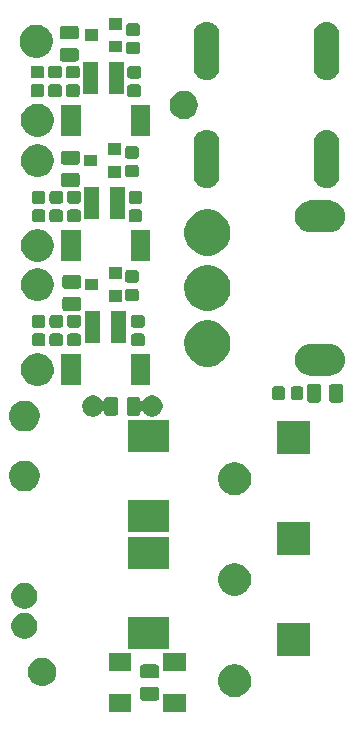
<source format=gts>
G04 #@! TF.GenerationSoftware,KiCad,Pcbnew,(5.0.2)-1*
G04 #@! TF.CreationDate,2019-05-12T18:04:46+02:00*
G04 #@! TF.ProjectId,SafetySupply,53616665-7479-4537-9570-706c792e6b69,rev?*
G04 #@! TF.SameCoordinates,Original*
G04 #@! TF.FileFunction,Soldermask,Top*
G04 #@! TF.FilePolarity,Negative*
%FSLAX46Y46*%
G04 Gerber Fmt 4.6, Leading zero omitted, Abs format (unit mm)*
G04 Created by KiCad (PCBNEW (5.0.2)-1) date 12.05.2019 18:04:46*
%MOMM*%
%LPD*%
G01*
G04 APERTURE LIST*
%ADD10C,0.100000*%
G04 APERTURE END LIST*
D10*
G36*
X151150000Y-120400000D02*
X149250000Y-120400000D01*
X149250000Y-118900000D01*
X151150000Y-118900000D01*
X151150000Y-120400000D01*
X151150000Y-120400000D01*
G37*
G36*
X146550000Y-120400000D02*
X144650000Y-120400000D01*
X144650000Y-118900000D01*
X146550000Y-118900000D01*
X146550000Y-120400000D01*
X146550000Y-120400000D01*
G37*
G36*
X148703708Y-118255158D02*
X148749343Y-118269001D01*
X148791402Y-118291482D01*
X148828265Y-118321735D01*
X148858518Y-118358598D01*
X148880999Y-118400657D01*
X148894842Y-118446292D01*
X148900000Y-118498658D01*
X148900000Y-119176342D01*
X148894842Y-119228708D01*
X148880999Y-119274343D01*
X148858518Y-119316402D01*
X148828265Y-119353265D01*
X148791402Y-119383518D01*
X148749343Y-119405999D01*
X148703708Y-119419842D01*
X148651342Y-119425000D01*
X147548658Y-119425000D01*
X147496292Y-119419842D01*
X147450657Y-119405999D01*
X147408598Y-119383518D01*
X147371735Y-119353265D01*
X147341482Y-119316402D01*
X147319001Y-119274343D01*
X147305158Y-119228708D01*
X147300000Y-119176342D01*
X147300000Y-118498658D01*
X147305158Y-118446292D01*
X147319001Y-118400657D01*
X147341482Y-118358598D01*
X147371735Y-118321735D01*
X147408598Y-118291482D01*
X147450657Y-118269001D01*
X147496292Y-118255158D01*
X147548658Y-118250000D01*
X148651342Y-118250000D01*
X148703708Y-118255158D01*
X148703708Y-118255158D01*
G37*
G36*
X155708365Y-116403801D02*
X155708367Y-116403802D01*
X155708368Y-116403802D01*
X155812017Y-116446735D01*
X155963149Y-116509336D01*
X156192448Y-116662549D01*
X156387451Y-116857552D01*
X156403661Y-116881812D01*
X156540664Y-117086851D01*
X156610832Y-117256250D01*
X156646199Y-117341635D01*
X156700000Y-117612112D01*
X156700000Y-117887888D01*
X156691206Y-117932101D01*
X156646198Y-118158368D01*
X156578529Y-118321735D01*
X156540664Y-118413149D01*
X156387451Y-118642448D01*
X156192448Y-118837451D01*
X156098837Y-118900000D01*
X155963149Y-118990664D01*
X155708368Y-119096198D01*
X155708367Y-119096198D01*
X155708365Y-119096199D01*
X155437888Y-119150000D01*
X155162112Y-119150000D01*
X154891635Y-119096199D01*
X154891633Y-119096198D01*
X154891632Y-119096198D01*
X154636851Y-118990664D01*
X154501163Y-118900000D01*
X154407552Y-118837451D01*
X154212549Y-118642448D01*
X154059336Y-118413149D01*
X154021471Y-118321735D01*
X153953802Y-118158368D01*
X153908795Y-117932101D01*
X153900000Y-117887888D01*
X153900000Y-117612112D01*
X153953801Y-117341635D01*
X153989169Y-117256250D01*
X154059336Y-117086851D01*
X154196339Y-116881812D01*
X154212549Y-116857552D01*
X154407552Y-116662549D01*
X154636851Y-116509336D01*
X154787983Y-116446735D01*
X154891632Y-116403802D01*
X154891633Y-116403802D01*
X154891635Y-116403801D01*
X155162112Y-116350000D01*
X155437888Y-116350000D01*
X155708365Y-116403801D01*
X155708365Y-116403801D01*
G37*
G36*
X139210925Y-115818446D02*
X139350030Y-115846116D01*
X139568413Y-115936574D01*
X139764954Y-116067898D01*
X139932102Y-116235046D01*
X140063426Y-116431587D01*
X140153884Y-116649970D01*
X140181554Y-116789075D01*
X140195175Y-116857552D01*
X140200000Y-116881812D01*
X140200000Y-117118188D01*
X140153884Y-117350030D01*
X140063426Y-117568413D01*
X139932102Y-117764954D01*
X139764954Y-117932102D01*
X139568413Y-118063426D01*
X139350030Y-118153884D01*
X139210925Y-118181554D01*
X139118190Y-118200000D01*
X138881810Y-118200000D01*
X138789075Y-118181554D01*
X138649970Y-118153884D01*
X138431587Y-118063426D01*
X138235046Y-117932102D01*
X138067898Y-117764954D01*
X137936574Y-117568413D01*
X137846116Y-117350030D01*
X137800000Y-117118188D01*
X137800000Y-116881812D01*
X137804826Y-116857552D01*
X137818446Y-116789075D01*
X137846116Y-116649970D01*
X137936574Y-116431587D01*
X138067898Y-116235046D01*
X138235046Y-116067898D01*
X138431587Y-115936574D01*
X138649970Y-115846116D01*
X138789075Y-115818446D01*
X138881810Y-115800000D01*
X139118190Y-115800000D01*
X139210925Y-115818446D01*
X139210925Y-115818446D01*
G37*
G36*
X148703708Y-116380158D02*
X148749343Y-116394001D01*
X148791402Y-116416482D01*
X148828265Y-116446735D01*
X148858518Y-116483598D01*
X148880999Y-116525657D01*
X148894842Y-116571292D01*
X148900000Y-116623658D01*
X148900000Y-117301342D01*
X148894842Y-117353708D01*
X148880999Y-117399343D01*
X148858518Y-117441402D01*
X148828265Y-117478265D01*
X148791402Y-117508518D01*
X148749343Y-117530999D01*
X148703708Y-117544842D01*
X148651342Y-117550000D01*
X147548658Y-117550000D01*
X147496292Y-117544842D01*
X147450657Y-117530999D01*
X147408598Y-117508518D01*
X147371735Y-117478265D01*
X147341482Y-117441402D01*
X147319001Y-117399343D01*
X147305158Y-117353708D01*
X147300000Y-117301342D01*
X147300000Y-116623658D01*
X147305158Y-116571292D01*
X147319001Y-116525657D01*
X147341482Y-116483598D01*
X147371735Y-116446735D01*
X147408598Y-116416482D01*
X147450657Y-116394001D01*
X147496292Y-116380158D01*
X147548658Y-116375000D01*
X148651342Y-116375000D01*
X148703708Y-116380158D01*
X148703708Y-116380158D01*
G37*
G36*
X146550000Y-116900000D02*
X144650000Y-116900000D01*
X144650000Y-115400000D01*
X146550000Y-115400000D01*
X146550000Y-116900000D01*
X146550000Y-116900000D01*
G37*
G36*
X151150000Y-116900000D02*
X149250000Y-116900000D01*
X149250000Y-115400000D01*
X151150000Y-115400000D01*
X151150000Y-116900000D01*
X151150000Y-116900000D01*
G37*
G36*
X161700000Y-115650000D02*
X158900000Y-115650000D01*
X158900000Y-112850000D01*
X161700000Y-112850000D01*
X161700000Y-115650000D01*
X161700000Y-115650000D01*
G37*
G36*
X149750000Y-115050000D02*
X146250000Y-115050000D01*
X146250000Y-112350000D01*
X149750000Y-112350000D01*
X149750000Y-115050000D01*
X149750000Y-115050000D01*
G37*
G36*
X137820856Y-112052272D02*
X138021045Y-112135193D01*
X138201207Y-112255573D01*
X138354427Y-112408793D01*
X138474807Y-112588955D01*
X138557728Y-112789144D01*
X138600000Y-113001657D01*
X138600000Y-113218343D01*
X138557728Y-113430856D01*
X138474807Y-113631045D01*
X138354427Y-113811207D01*
X138201207Y-113964427D01*
X138021045Y-114084807D01*
X137820856Y-114167728D01*
X137608343Y-114210000D01*
X137391657Y-114210000D01*
X137179144Y-114167728D01*
X136978955Y-114084807D01*
X136798793Y-113964427D01*
X136645573Y-113811207D01*
X136525193Y-113631045D01*
X136442272Y-113430856D01*
X136400000Y-113218343D01*
X136400000Y-113001657D01*
X136442272Y-112789144D01*
X136525193Y-112588955D01*
X136645573Y-112408793D01*
X136798793Y-112255573D01*
X136978955Y-112135193D01*
X137179144Y-112052272D01*
X137391657Y-112010000D01*
X137608343Y-112010000D01*
X137820856Y-112052272D01*
X137820856Y-112052272D01*
G37*
G36*
X137820856Y-109512272D02*
X138021045Y-109595193D01*
X138201207Y-109715573D01*
X138354427Y-109868793D01*
X138474807Y-110048955D01*
X138557728Y-110249144D01*
X138600000Y-110461657D01*
X138600000Y-110678343D01*
X138557728Y-110890856D01*
X138474807Y-111091045D01*
X138354427Y-111271207D01*
X138201207Y-111424427D01*
X138021045Y-111544807D01*
X137820856Y-111627728D01*
X137608343Y-111670000D01*
X137391657Y-111670000D01*
X137179144Y-111627728D01*
X136978955Y-111544807D01*
X136798793Y-111424427D01*
X136645573Y-111271207D01*
X136525193Y-111091045D01*
X136442272Y-110890856D01*
X136400000Y-110678343D01*
X136400000Y-110461657D01*
X136442272Y-110249144D01*
X136525193Y-110048955D01*
X136645573Y-109868793D01*
X136798793Y-109715573D01*
X136978955Y-109595193D01*
X137179144Y-109512272D01*
X137391657Y-109470000D01*
X137608343Y-109470000D01*
X137820856Y-109512272D01*
X137820856Y-109512272D01*
G37*
G36*
X155708365Y-107835801D02*
X155708367Y-107835802D01*
X155708368Y-107835802D01*
X155963149Y-107941336D01*
X156192448Y-108094549D01*
X156387451Y-108289552D01*
X156540664Y-108518851D01*
X156646199Y-108773635D01*
X156700000Y-109044112D01*
X156700000Y-109319888D01*
X156646199Y-109590365D01*
X156540664Y-109845149D01*
X156387451Y-110074448D01*
X156192448Y-110269451D01*
X155963149Y-110422664D01*
X155708368Y-110528198D01*
X155708367Y-110528198D01*
X155708365Y-110528199D01*
X155437888Y-110582000D01*
X155162112Y-110582000D01*
X154891635Y-110528199D01*
X154891633Y-110528198D01*
X154891632Y-110528198D01*
X154636851Y-110422664D01*
X154407552Y-110269451D01*
X154212549Y-110074448D01*
X154059336Y-109845149D01*
X153953801Y-109590365D01*
X153900000Y-109319888D01*
X153900000Y-109044112D01*
X153953801Y-108773635D01*
X154059336Y-108518851D01*
X154212549Y-108289552D01*
X154407552Y-108094549D01*
X154636851Y-107941336D01*
X154891632Y-107835802D01*
X154891633Y-107835802D01*
X154891635Y-107835801D01*
X155162112Y-107782000D01*
X155437888Y-107782000D01*
X155708365Y-107835801D01*
X155708365Y-107835801D01*
G37*
G36*
X149750000Y-108250000D02*
X146250000Y-108250000D01*
X146250000Y-105550000D01*
X149750000Y-105550000D01*
X149750000Y-108250000D01*
X149750000Y-108250000D01*
G37*
G36*
X161700000Y-107082000D02*
X158900000Y-107082000D01*
X158900000Y-104282000D01*
X161700000Y-104282000D01*
X161700000Y-107082000D01*
X161700000Y-107082000D01*
G37*
G36*
X149750000Y-105150000D02*
X146250000Y-105150000D01*
X146250000Y-102450000D01*
X149750000Y-102450000D01*
X149750000Y-105150000D01*
X149750000Y-105150000D01*
G37*
G36*
X155708365Y-99303801D02*
X155708367Y-99303802D01*
X155708368Y-99303802D01*
X155941148Y-99400223D01*
X155963149Y-99409336D01*
X156192448Y-99562549D01*
X156387451Y-99757552D01*
X156540664Y-99986851D01*
X156646199Y-100241635D01*
X156700000Y-100512112D01*
X156700000Y-100787888D01*
X156646199Y-101058365D01*
X156540664Y-101313149D01*
X156387451Y-101542448D01*
X156192448Y-101737451D01*
X155963149Y-101890664D01*
X155708368Y-101996198D01*
X155708367Y-101996198D01*
X155708365Y-101996199D01*
X155437888Y-102050000D01*
X155162112Y-102050000D01*
X154891635Y-101996199D01*
X154891633Y-101996198D01*
X154891632Y-101996198D01*
X154636851Y-101890664D01*
X154407552Y-101737451D01*
X154212549Y-101542448D01*
X154059336Y-101313149D01*
X153953801Y-101058365D01*
X153900000Y-100787888D01*
X153900000Y-100512112D01*
X153953801Y-100241635D01*
X154059336Y-99986851D01*
X154212549Y-99757552D01*
X154407552Y-99562549D01*
X154636851Y-99409336D01*
X154658852Y-99400223D01*
X154891632Y-99303802D01*
X154891633Y-99303802D01*
X154891635Y-99303801D01*
X155162112Y-99250000D01*
X155437888Y-99250000D01*
X155708365Y-99303801D01*
X155708365Y-99303801D01*
G37*
G36*
X137879196Y-99159958D02*
X137879198Y-99159959D01*
X137879199Y-99159959D01*
X138096576Y-99250000D01*
X138115781Y-99257955D01*
X138328702Y-99400224D01*
X138509776Y-99581298D01*
X138652045Y-99794219D01*
X138750042Y-100030804D01*
X138800000Y-100281961D01*
X138800000Y-100538039D01*
X138750042Y-100789196D01*
X138652045Y-101025781D01*
X138509776Y-101238702D01*
X138328702Y-101419776D01*
X138145113Y-101542446D01*
X138115781Y-101562045D01*
X137879199Y-101660041D01*
X137879198Y-101660041D01*
X137879196Y-101660042D01*
X137628039Y-101710000D01*
X137371961Y-101710000D01*
X137120804Y-101660042D01*
X137120802Y-101660041D01*
X137120801Y-101660041D01*
X136884219Y-101562045D01*
X136854887Y-101542446D01*
X136671298Y-101419776D01*
X136490224Y-101238702D01*
X136347955Y-101025781D01*
X136249958Y-100789196D01*
X136200000Y-100538039D01*
X136200000Y-100281961D01*
X136249958Y-100030804D01*
X136347955Y-99794219D01*
X136490224Y-99581298D01*
X136671298Y-99400224D01*
X136884219Y-99257955D01*
X136903424Y-99250000D01*
X137120801Y-99159959D01*
X137120802Y-99159959D01*
X137120804Y-99159958D01*
X137371961Y-99110000D01*
X137628039Y-99110000D01*
X137879196Y-99159958D01*
X137879196Y-99159958D01*
G37*
G36*
X161700000Y-98550000D02*
X158900000Y-98550000D01*
X158900000Y-95750000D01*
X161700000Y-95750000D01*
X161700000Y-98550000D01*
X161700000Y-98550000D01*
G37*
G36*
X149750000Y-98350000D02*
X146250000Y-98350000D01*
X146250000Y-95650000D01*
X149750000Y-95650000D01*
X149750000Y-98350000D01*
X149750000Y-98350000D01*
G37*
G36*
X137879196Y-94079958D02*
X137879198Y-94079959D01*
X137879199Y-94079959D01*
X138068856Y-94158518D01*
X138115781Y-94177955D01*
X138328702Y-94320224D01*
X138509776Y-94501298D01*
X138652045Y-94714219D01*
X138750042Y-94950804D01*
X138800000Y-95201961D01*
X138800000Y-95458039D01*
X138761817Y-95650000D01*
X138750041Y-95709199D01*
X138652045Y-95945781D01*
X138509776Y-96158702D01*
X138328702Y-96339776D01*
X138115781Y-96482045D01*
X137879199Y-96580041D01*
X137879198Y-96580041D01*
X137879196Y-96580042D01*
X137628039Y-96630000D01*
X137371961Y-96630000D01*
X137120804Y-96580042D01*
X137120802Y-96580041D01*
X137120801Y-96580041D01*
X136884219Y-96482045D01*
X136671298Y-96339776D01*
X136490224Y-96158702D01*
X136347955Y-95945781D01*
X136249959Y-95709199D01*
X136238184Y-95650000D01*
X136200000Y-95458039D01*
X136200000Y-95201961D01*
X136249958Y-94950804D01*
X136347955Y-94714219D01*
X136490224Y-94501298D01*
X136671298Y-94320224D01*
X136884219Y-94177955D01*
X136931144Y-94158518D01*
X137120801Y-94079959D01*
X137120802Y-94079959D01*
X137120804Y-94079958D01*
X137371961Y-94030000D01*
X137628039Y-94030000D01*
X137879196Y-94079958D01*
X137879196Y-94079958D01*
G37*
G36*
X143562520Y-93634586D02*
X143562522Y-93634587D01*
X143562523Y-93634587D01*
X143720443Y-93700000D01*
X143726310Y-93702430D01*
X143873717Y-93800924D01*
X143999076Y-93926283D01*
X144068377Y-94030000D01*
X144091853Y-94065134D01*
X144104289Y-94080288D01*
X144119443Y-94092724D01*
X144136732Y-94101965D01*
X144155491Y-94107656D01*
X144175000Y-94109577D01*
X144194509Y-94107656D01*
X144213268Y-94101965D01*
X144230557Y-94092724D01*
X144245711Y-94080288D01*
X144258147Y-94065134D01*
X144267388Y-94047845D01*
X144273079Y-94029086D01*
X144275000Y-94009577D01*
X144275000Y-93948658D01*
X144280158Y-93896292D01*
X144294001Y-93850657D01*
X144316482Y-93808598D01*
X144346735Y-93771735D01*
X144383598Y-93741482D01*
X144425657Y-93719001D01*
X144471292Y-93705158D01*
X144523658Y-93700000D01*
X145201342Y-93700000D01*
X145253708Y-93705158D01*
X145299343Y-93719001D01*
X145341402Y-93741482D01*
X145378265Y-93771735D01*
X145408518Y-93808598D01*
X145430999Y-93850657D01*
X145444842Y-93896292D01*
X145450000Y-93948658D01*
X145450000Y-95051342D01*
X145444842Y-95103708D01*
X145430999Y-95149343D01*
X145408518Y-95191402D01*
X145378265Y-95228265D01*
X145341402Y-95258518D01*
X145299343Y-95280999D01*
X145253708Y-95294842D01*
X145201342Y-95300000D01*
X144523658Y-95300000D01*
X144471292Y-95294842D01*
X144425657Y-95280999D01*
X144383598Y-95258518D01*
X144346735Y-95228265D01*
X144316482Y-95191402D01*
X144294001Y-95149343D01*
X144280158Y-95103708D01*
X144275000Y-95051342D01*
X144275000Y-94990423D01*
X144273079Y-94970914D01*
X144267388Y-94952155D01*
X144258147Y-94934866D01*
X144245711Y-94919712D01*
X144230557Y-94907276D01*
X144213268Y-94898035D01*
X144194509Y-94892344D01*
X144175000Y-94890423D01*
X144155491Y-94892344D01*
X144136732Y-94898035D01*
X144119443Y-94907276D01*
X144104289Y-94919712D01*
X144091853Y-94934866D01*
X143999076Y-95073717D01*
X143873717Y-95199076D01*
X143756137Y-95277640D01*
X143726310Y-95297570D01*
X143562523Y-95365413D01*
X143562522Y-95365413D01*
X143562520Y-95365414D01*
X143388642Y-95400000D01*
X143211358Y-95400000D01*
X143037480Y-95365414D01*
X143037478Y-95365413D01*
X143037477Y-95365413D01*
X142873690Y-95297570D01*
X142843863Y-95277640D01*
X142726283Y-95199076D01*
X142600924Y-95073717D01*
X142502430Y-94926310D01*
X142434586Y-94762520D01*
X142400000Y-94588642D01*
X142400000Y-94411358D01*
X142434586Y-94237480D01*
X142452449Y-94194356D01*
X142502430Y-94073690D01*
X142545269Y-94009577D01*
X142600924Y-93926283D01*
X142726283Y-93800924D01*
X142873690Y-93702430D01*
X142879557Y-93700000D01*
X143037477Y-93634587D01*
X143037478Y-93634587D01*
X143037480Y-93634586D01*
X143211358Y-93600000D01*
X143388642Y-93600000D01*
X143562520Y-93634586D01*
X143562520Y-93634586D01*
G37*
G36*
X148562520Y-93634586D02*
X148562522Y-93634587D01*
X148562523Y-93634587D01*
X148720443Y-93700000D01*
X148726310Y-93702430D01*
X148873717Y-93800924D01*
X148999076Y-93926283D01*
X149054731Y-94009577D01*
X149097570Y-94073690D01*
X149147552Y-94194356D01*
X149165414Y-94237480D01*
X149200000Y-94411358D01*
X149200000Y-94588642D01*
X149165414Y-94762520D01*
X149097570Y-94926310D01*
X148999076Y-95073717D01*
X148873717Y-95199076D01*
X148756137Y-95277640D01*
X148726310Y-95297570D01*
X148562523Y-95365413D01*
X148562522Y-95365413D01*
X148562520Y-95365414D01*
X148388642Y-95400000D01*
X148211358Y-95400000D01*
X148037480Y-95365414D01*
X148037478Y-95365413D01*
X148037477Y-95365413D01*
X147873690Y-95297570D01*
X147843863Y-95277640D01*
X147726283Y-95199076D01*
X147600924Y-95073717D01*
X147508147Y-94934866D01*
X147495711Y-94919712D01*
X147480557Y-94907276D01*
X147463268Y-94898035D01*
X147444509Y-94892344D01*
X147425000Y-94890423D01*
X147405491Y-94892344D01*
X147386732Y-94898035D01*
X147369443Y-94907276D01*
X147354289Y-94919712D01*
X147341853Y-94934866D01*
X147332612Y-94952155D01*
X147326921Y-94970914D01*
X147325000Y-94990423D01*
X147325000Y-95051342D01*
X147319842Y-95103708D01*
X147305999Y-95149343D01*
X147283518Y-95191402D01*
X147253265Y-95228265D01*
X147216402Y-95258518D01*
X147174343Y-95280999D01*
X147128708Y-95294842D01*
X147076342Y-95300000D01*
X146398658Y-95300000D01*
X146346292Y-95294842D01*
X146300657Y-95280999D01*
X146258598Y-95258518D01*
X146221735Y-95228265D01*
X146191482Y-95191402D01*
X146169001Y-95149343D01*
X146155158Y-95103708D01*
X146150000Y-95051342D01*
X146150000Y-93948658D01*
X146155158Y-93896292D01*
X146169001Y-93850657D01*
X146191482Y-93808598D01*
X146221735Y-93771735D01*
X146258598Y-93741482D01*
X146300657Y-93719001D01*
X146346292Y-93705158D01*
X146398658Y-93700000D01*
X147076342Y-93700000D01*
X147128708Y-93705158D01*
X147174343Y-93719001D01*
X147216402Y-93741482D01*
X147253265Y-93771735D01*
X147283518Y-93808598D01*
X147305999Y-93850657D01*
X147319842Y-93896292D01*
X147325000Y-93948658D01*
X147325000Y-94009577D01*
X147326921Y-94029086D01*
X147332612Y-94047845D01*
X147341853Y-94065134D01*
X147354289Y-94080288D01*
X147369443Y-94092724D01*
X147386732Y-94101965D01*
X147405491Y-94107656D01*
X147425000Y-94109577D01*
X147444509Y-94107656D01*
X147463268Y-94101965D01*
X147480557Y-94092724D01*
X147495711Y-94080288D01*
X147508147Y-94065134D01*
X147531623Y-94030000D01*
X147600924Y-93926283D01*
X147726283Y-93800924D01*
X147873690Y-93702430D01*
X147879557Y-93700000D01*
X148037477Y-93634587D01*
X148037478Y-93634587D01*
X148037480Y-93634586D01*
X148211358Y-93600000D01*
X148388642Y-93600000D01*
X148562520Y-93634586D01*
X148562520Y-93634586D01*
G37*
G36*
X164291208Y-92605158D02*
X164336843Y-92619001D01*
X164378902Y-92641482D01*
X164415765Y-92671735D01*
X164446018Y-92708598D01*
X164468499Y-92750657D01*
X164482342Y-92796292D01*
X164487500Y-92848658D01*
X164487500Y-93951342D01*
X164482342Y-94003708D01*
X164468499Y-94049343D01*
X164446018Y-94091402D01*
X164415765Y-94128265D01*
X164378902Y-94158518D01*
X164336843Y-94180999D01*
X164291208Y-94194842D01*
X164238842Y-94200000D01*
X163561158Y-94200000D01*
X163508792Y-94194842D01*
X163463157Y-94180999D01*
X163421098Y-94158518D01*
X163384235Y-94128265D01*
X163353982Y-94091402D01*
X163331501Y-94049343D01*
X163317658Y-94003708D01*
X163312500Y-93951342D01*
X163312500Y-92848658D01*
X163317658Y-92796292D01*
X163331501Y-92750657D01*
X163353982Y-92708598D01*
X163384235Y-92671735D01*
X163421098Y-92641482D01*
X163463157Y-92619001D01*
X163508792Y-92605158D01*
X163561158Y-92600000D01*
X164238842Y-92600000D01*
X164291208Y-92605158D01*
X164291208Y-92605158D01*
G37*
G36*
X162416208Y-92605158D02*
X162461843Y-92619001D01*
X162503902Y-92641482D01*
X162540765Y-92671735D01*
X162571018Y-92708598D01*
X162593499Y-92750657D01*
X162607342Y-92796292D01*
X162612500Y-92848658D01*
X162612500Y-93951342D01*
X162607342Y-94003708D01*
X162593499Y-94049343D01*
X162571018Y-94091402D01*
X162540765Y-94128265D01*
X162503902Y-94158518D01*
X162461843Y-94180999D01*
X162416208Y-94194842D01*
X162363842Y-94200000D01*
X161686158Y-94200000D01*
X161633792Y-94194842D01*
X161588157Y-94180999D01*
X161546098Y-94158518D01*
X161509235Y-94128265D01*
X161478982Y-94091402D01*
X161456501Y-94049343D01*
X161442658Y-94003708D01*
X161437500Y-93951342D01*
X161437500Y-92848658D01*
X161442658Y-92796292D01*
X161456501Y-92750657D01*
X161478982Y-92708598D01*
X161509235Y-92671735D01*
X161546098Y-92641482D01*
X161588157Y-92619001D01*
X161633792Y-92605158D01*
X161686158Y-92600000D01*
X162363842Y-92600000D01*
X162416208Y-92605158D01*
X162416208Y-92605158D01*
G37*
G36*
X160948830Y-92829677D02*
X160989776Y-92842098D01*
X161027510Y-92862267D01*
X161060587Y-92889413D01*
X161087733Y-92922490D01*
X161107902Y-92960224D01*
X161120323Y-93001170D01*
X161125000Y-93048658D01*
X161125000Y-93751342D01*
X161120323Y-93798830D01*
X161107902Y-93839776D01*
X161087733Y-93877510D01*
X161060587Y-93910587D01*
X161027510Y-93937733D01*
X160989776Y-93957902D01*
X160948830Y-93970323D01*
X160901342Y-93975000D01*
X160273658Y-93975000D01*
X160226170Y-93970323D01*
X160185224Y-93957902D01*
X160147490Y-93937733D01*
X160114413Y-93910587D01*
X160087267Y-93877510D01*
X160067098Y-93839776D01*
X160054677Y-93798830D01*
X160050000Y-93751342D01*
X160050000Y-93048658D01*
X160054677Y-93001170D01*
X160067098Y-92960224D01*
X160087267Y-92922490D01*
X160114413Y-92889413D01*
X160147490Y-92862267D01*
X160185224Y-92842098D01*
X160226170Y-92829677D01*
X160273658Y-92825000D01*
X160901342Y-92825000D01*
X160948830Y-92829677D01*
X160948830Y-92829677D01*
G37*
G36*
X159373830Y-92829677D02*
X159414776Y-92842098D01*
X159452510Y-92862267D01*
X159485587Y-92889413D01*
X159512733Y-92922490D01*
X159532902Y-92960224D01*
X159545323Y-93001170D01*
X159550000Y-93048658D01*
X159550000Y-93751342D01*
X159545323Y-93798830D01*
X159532902Y-93839776D01*
X159512733Y-93877510D01*
X159485587Y-93910587D01*
X159452510Y-93937733D01*
X159414776Y-93957902D01*
X159373830Y-93970323D01*
X159326342Y-93975000D01*
X158698658Y-93975000D01*
X158651170Y-93970323D01*
X158610224Y-93957902D01*
X158572490Y-93937733D01*
X158539413Y-93910587D01*
X158512267Y-93877510D01*
X158492098Y-93839776D01*
X158479677Y-93798830D01*
X158475000Y-93751342D01*
X158475000Y-93048658D01*
X158479677Y-93001170D01*
X158492098Y-92960224D01*
X158512267Y-92922490D01*
X158539413Y-92889413D01*
X158572490Y-92862267D01*
X158610224Y-92842098D01*
X158651170Y-92829677D01*
X158698658Y-92825000D01*
X159326342Y-92825000D01*
X159373830Y-92829677D01*
X159373830Y-92829677D01*
G37*
G36*
X139008365Y-90053801D02*
X139008367Y-90053802D01*
X139008368Y-90053802D01*
X139263149Y-90159336D01*
X139492448Y-90312549D01*
X139687451Y-90507552D01*
X139825839Y-90714664D01*
X139840664Y-90736851D01*
X139846111Y-90750000D01*
X139946199Y-90991635D01*
X140000000Y-91262112D01*
X140000000Y-91537888D01*
X139969164Y-91692914D01*
X139946198Y-91808368D01*
X139840664Y-92063149D01*
X139687451Y-92292448D01*
X139492448Y-92487451D01*
X139324007Y-92600000D01*
X139263149Y-92640664D01*
X139008368Y-92746198D01*
X139008367Y-92746198D01*
X139008365Y-92746199D01*
X138737888Y-92800000D01*
X138462112Y-92800000D01*
X138191635Y-92746199D01*
X138191633Y-92746198D01*
X138191632Y-92746198D01*
X137936851Y-92640664D01*
X137875993Y-92600000D01*
X137707552Y-92487451D01*
X137512549Y-92292448D01*
X137359336Y-92063149D01*
X137253802Y-91808368D01*
X137230837Y-91692914D01*
X137200000Y-91537888D01*
X137200000Y-91262112D01*
X137253801Y-90991635D01*
X137353890Y-90750000D01*
X137359336Y-90736851D01*
X137374161Y-90714664D01*
X137512549Y-90507552D01*
X137707552Y-90312549D01*
X137936851Y-90159336D01*
X138191632Y-90053802D01*
X138191633Y-90053802D01*
X138191635Y-90053801D01*
X138462112Y-90000000D01*
X138737888Y-90000000D01*
X139008365Y-90053801D01*
X139008365Y-90053801D01*
G37*
G36*
X142275000Y-92700000D02*
X140625000Y-92700000D01*
X140625000Y-90100000D01*
X142275000Y-90100000D01*
X142275000Y-92700000D01*
X142275000Y-92700000D01*
G37*
G36*
X148175000Y-92700000D02*
X146525000Y-92700000D01*
X146525000Y-90100000D01*
X148175000Y-90100000D01*
X148175000Y-92700000D01*
X148175000Y-92700000D01*
G37*
G36*
X163544646Y-89234533D02*
X163799122Y-89311728D01*
X164033649Y-89437085D01*
X164239213Y-89605787D01*
X164407915Y-89811351D01*
X164533272Y-90045878D01*
X164610467Y-90300354D01*
X164636532Y-90565000D01*
X164610467Y-90829646D01*
X164533272Y-91084122D01*
X164407915Y-91318649D01*
X164239213Y-91524213D01*
X164033649Y-91692915D01*
X163799122Y-91818272D01*
X163544646Y-91895467D01*
X163346321Y-91915000D01*
X161713679Y-91915000D01*
X161515354Y-91895467D01*
X161260878Y-91818272D01*
X161026351Y-91692915D01*
X160820787Y-91524213D01*
X160652085Y-91318649D01*
X160526728Y-91084122D01*
X160449533Y-90829646D01*
X160423468Y-90565000D01*
X160449533Y-90300354D01*
X160526728Y-90045878D01*
X160652085Y-89811351D01*
X160820787Y-89605787D01*
X161026351Y-89437085D01*
X161260878Y-89311728D01*
X161515354Y-89234533D01*
X161713679Y-89215000D01*
X163346321Y-89215000D01*
X163544646Y-89234533D01*
X163544646Y-89234533D01*
G37*
G36*
X153443215Y-87299959D02*
X153568795Y-87324938D01*
X153689654Y-87375000D01*
X153923671Y-87471933D01*
X153923672Y-87471934D01*
X154241197Y-87684096D01*
X154243052Y-87685336D01*
X154514664Y-87956948D01*
X154728067Y-88276329D01*
X154875062Y-88631206D01*
X154950000Y-89007942D01*
X154950000Y-89392058D01*
X154941043Y-89437086D01*
X154875062Y-89768795D01*
X154814174Y-89915790D01*
X154728067Y-90123671D01*
X154514664Y-90443052D01*
X154243052Y-90714664D01*
X153923671Y-90928067D01*
X153770204Y-90991635D01*
X153568795Y-91075062D01*
X153523247Y-91084122D01*
X153192058Y-91150000D01*
X152807942Y-91150000D01*
X152476753Y-91084122D01*
X152431205Y-91075062D01*
X152229796Y-90991635D01*
X152076329Y-90928067D01*
X151756948Y-90714664D01*
X151485336Y-90443052D01*
X151271933Y-90123671D01*
X151185826Y-89915790D01*
X151124938Y-89768795D01*
X151058957Y-89437086D01*
X151050000Y-89392058D01*
X151050000Y-89007942D01*
X151124938Y-88631206D01*
X151271933Y-88276329D01*
X151485336Y-87956948D01*
X151756948Y-87685336D01*
X151758804Y-87684096D01*
X152076328Y-87471934D01*
X152076329Y-87471933D01*
X152310346Y-87375000D01*
X152431205Y-87324938D01*
X152556785Y-87299959D01*
X152807942Y-87250000D01*
X153192058Y-87250000D01*
X153443215Y-87299959D01*
X153443215Y-87299959D01*
G37*
G36*
X140598830Y-88354677D02*
X140639776Y-88367098D01*
X140677510Y-88387267D01*
X140710587Y-88414413D01*
X140737733Y-88447490D01*
X140757902Y-88485224D01*
X140770323Y-88526170D01*
X140775000Y-88573658D01*
X140775000Y-89201342D01*
X140770323Y-89248830D01*
X140757902Y-89289776D01*
X140737733Y-89327510D01*
X140710587Y-89360587D01*
X140677510Y-89387733D01*
X140639776Y-89407902D01*
X140598830Y-89420323D01*
X140551342Y-89425000D01*
X139848658Y-89425000D01*
X139801170Y-89420323D01*
X139760224Y-89407902D01*
X139722490Y-89387733D01*
X139689413Y-89360587D01*
X139662267Y-89327510D01*
X139642098Y-89289776D01*
X139629677Y-89248830D01*
X139625000Y-89201342D01*
X139625000Y-88573658D01*
X139629677Y-88526170D01*
X139642098Y-88485224D01*
X139662267Y-88447490D01*
X139689413Y-88414413D01*
X139722490Y-88387267D01*
X139760224Y-88367098D01*
X139801170Y-88354677D01*
X139848658Y-88350000D01*
X140551342Y-88350000D01*
X140598830Y-88354677D01*
X140598830Y-88354677D01*
G37*
G36*
X147498830Y-88354677D02*
X147539776Y-88367098D01*
X147577510Y-88387267D01*
X147610587Y-88414413D01*
X147637733Y-88447490D01*
X147657902Y-88485224D01*
X147670323Y-88526170D01*
X147675000Y-88573658D01*
X147675000Y-89201342D01*
X147670323Y-89248830D01*
X147657902Y-89289776D01*
X147637733Y-89327510D01*
X147610587Y-89360587D01*
X147577510Y-89387733D01*
X147539776Y-89407902D01*
X147498830Y-89420323D01*
X147451342Y-89425000D01*
X146748658Y-89425000D01*
X146701170Y-89420323D01*
X146660224Y-89407902D01*
X146622490Y-89387733D01*
X146589413Y-89360587D01*
X146562267Y-89327510D01*
X146542098Y-89289776D01*
X146529677Y-89248830D01*
X146525000Y-89201342D01*
X146525000Y-88573658D01*
X146529677Y-88526170D01*
X146542098Y-88485224D01*
X146562267Y-88447490D01*
X146589413Y-88414413D01*
X146622490Y-88387267D01*
X146660224Y-88367098D01*
X146701170Y-88354677D01*
X146748658Y-88350000D01*
X147451342Y-88350000D01*
X147498830Y-88354677D01*
X147498830Y-88354677D01*
G37*
G36*
X142098830Y-88354677D02*
X142139776Y-88367098D01*
X142177510Y-88387267D01*
X142210587Y-88414413D01*
X142237733Y-88447490D01*
X142257902Y-88485224D01*
X142270323Y-88526170D01*
X142275000Y-88573658D01*
X142275000Y-89201342D01*
X142270323Y-89248830D01*
X142257902Y-89289776D01*
X142237733Y-89327510D01*
X142210587Y-89360587D01*
X142177510Y-89387733D01*
X142139776Y-89407902D01*
X142098830Y-89420323D01*
X142051342Y-89425000D01*
X141348658Y-89425000D01*
X141301170Y-89420323D01*
X141260224Y-89407902D01*
X141222490Y-89387733D01*
X141189413Y-89360587D01*
X141162267Y-89327510D01*
X141142098Y-89289776D01*
X141129677Y-89248830D01*
X141125000Y-89201342D01*
X141125000Y-88573658D01*
X141129677Y-88526170D01*
X141142098Y-88485224D01*
X141162267Y-88447490D01*
X141189413Y-88414413D01*
X141222490Y-88387267D01*
X141260224Y-88367098D01*
X141301170Y-88354677D01*
X141348658Y-88350000D01*
X142051342Y-88350000D01*
X142098830Y-88354677D01*
X142098830Y-88354677D01*
G37*
G36*
X139098830Y-88354677D02*
X139139776Y-88367098D01*
X139177510Y-88387267D01*
X139210587Y-88414413D01*
X139237733Y-88447490D01*
X139257902Y-88485224D01*
X139270323Y-88526170D01*
X139275000Y-88573658D01*
X139275000Y-89201342D01*
X139270323Y-89248830D01*
X139257902Y-89289776D01*
X139237733Y-89327510D01*
X139210587Y-89360587D01*
X139177510Y-89387733D01*
X139139776Y-89407902D01*
X139098830Y-89420323D01*
X139051342Y-89425000D01*
X138348658Y-89425000D01*
X138301170Y-89420323D01*
X138260224Y-89407902D01*
X138222490Y-89387733D01*
X138189413Y-89360587D01*
X138162267Y-89327510D01*
X138142098Y-89289776D01*
X138129677Y-89248830D01*
X138125000Y-89201342D01*
X138125000Y-88573658D01*
X138129677Y-88526170D01*
X138142098Y-88485224D01*
X138162267Y-88447490D01*
X138189413Y-88414413D01*
X138222490Y-88387267D01*
X138260224Y-88367098D01*
X138301170Y-88354677D01*
X138348658Y-88350000D01*
X139051342Y-88350000D01*
X139098830Y-88354677D01*
X139098830Y-88354677D01*
G37*
G36*
X146130000Y-89175000D02*
X144870000Y-89175000D01*
X144870000Y-86425000D01*
X146130000Y-86425000D01*
X146130000Y-89175000D01*
X146130000Y-89175000D01*
G37*
G36*
X143930000Y-89175000D02*
X142670000Y-89175000D01*
X142670000Y-86425000D01*
X143930000Y-86425000D01*
X143930000Y-89175000D01*
X143930000Y-89175000D01*
G37*
G36*
X147498830Y-86779677D02*
X147539776Y-86792098D01*
X147577510Y-86812267D01*
X147610587Y-86839413D01*
X147637733Y-86872490D01*
X147657902Y-86910224D01*
X147670323Y-86951170D01*
X147675000Y-86998658D01*
X147675000Y-87626342D01*
X147670323Y-87673830D01*
X147657902Y-87714776D01*
X147637733Y-87752510D01*
X147610587Y-87785587D01*
X147577510Y-87812733D01*
X147539776Y-87832902D01*
X147498830Y-87845323D01*
X147451342Y-87850000D01*
X146748658Y-87850000D01*
X146701170Y-87845323D01*
X146660224Y-87832902D01*
X146622490Y-87812733D01*
X146589413Y-87785587D01*
X146562267Y-87752510D01*
X146542098Y-87714776D01*
X146529677Y-87673830D01*
X146525000Y-87626342D01*
X146525000Y-86998658D01*
X146529677Y-86951170D01*
X146542098Y-86910224D01*
X146562267Y-86872490D01*
X146589413Y-86839413D01*
X146622490Y-86812267D01*
X146660224Y-86792098D01*
X146701170Y-86779677D01*
X146748658Y-86775000D01*
X147451342Y-86775000D01*
X147498830Y-86779677D01*
X147498830Y-86779677D01*
G37*
G36*
X142098830Y-86779677D02*
X142139776Y-86792098D01*
X142177510Y-86812267D01*
X142210587Y-86839413D01*
X142237733Y-86872490D01*
X142257902Y-86910224D01*
X142270323Y-86951170D01*
X142275000Y-86998658D01*
X142275000Y-87626342D01*
X142270323Y-87673830D01*
X142257902Y-87714776D01*
X142237733Y-87752510D01*
X142210587Y-87785587D01*
X142177510Y-87812733D01*
X142139776Y-87832902D01*
X142098830Y-87845323D01*
X142051342Y-87850000D01*
X141348658Y-87850000D01*
X141301170Y-87845323D01*
X141260224Y-87832902D01*
X141222490Y-87812733D01*
X141189413Y-87785587D01*
X141162267Y-87752510D01*
X141142098Y-87714776D01*
X141129677Y-87673830D01*
X141125000Y-87626342D01*
X141125000Y-86998658D01*
X141129677Y-86951170D01*
X141142098Y-86910224D01*
X141162267Y-86872490D01*
X141189413Y-86839413D01*
X141222490Y-86812267D01*
X141260224Y-86792098D01*
X141301170Y-86779677D01*
X141348658Y-86775000D01*
X142051342Y-86775000D01*
X142098830Y-86779677D01*
X142098830Y-86779677D01*
G37*
G36*
X139098830Y-86779677D02*
X139139776Y-86792098D01*
X139177510Y-86812267D01*
X139210587Y-86839413D01*
X139237733Y-86872490D01*
X139257902Y-86910224D01*
X139270323Y-86951170D01*
X139275000Y-86998658D01*
X139275000Y-87626342D01*
X139270323Y-87673830D01*
X139257902Y-87714776D01*
X139237733Y-87752510D01*
X139210587Y-87785587D01*
X139177510Y-87812733D01*
X139139776Y-87832902D01*
X139098830Y-87845323D01*
X139051342Y-87850000D01*
X138348658Y-87850000D01*
X138301170Y-87845323D01*
X138260224Y-87832902D01*
X138222490Y-87812733D01*
X138189413Y-87785587D01*
X138162267Y-87752510D01*
X138142098Y-87714776D01*
X138129677Y-87673830D01*
X138125000Y-87626342D01*
X138125000Y-86998658D01*
X138129677Y-86951170D01*
X138142098Y-86910224D01*
X138162267Y-86872490D01*
X138189413Y-86839413D01*
X138222490Y-86812267D01*
X138260224Y-86792098D01*
X138301170Y-86779677D01*
X138348658Y-86775000D01*
X139051342Y-86775000D01*
X139098830Y-86779677D01*
X139098830Y-86779677D01*
G37*
G36*
X140598830Y-86779677D02*
X140639776Y-86792098D01*
X140677510Y-86812267D01*
X140710587Y-86839413D01*
X140737733Y-86872490D01*
X140757902Y-86910224D01*
X140770323Y-86951170D01*
X140775000Y-86998658D01*
X140775000Y-87626342D01*
X140770323Y-87673830D01*
X140757902Y-87714776D01*
X140737733Y-87752510D01*
X140710587Y-87785587D01*
X140677510Y-87812733D01*
X140639776Y-87832902D01*
X140598830Y-87845323D01*
X140551342Y-87850000D01*
X139848658Y-87850000D01*
X139801170Y-87845323D01*
X139760224Y-87832902D01*
X139722490Y-87812733D01*
X139689413Y-87785587D01*
X139662267Y-87752510D01*
X139642098Y-87714776D01*
X139629677Y-87673830D01*
X139625000Y-87626342D01*
X139625000Y-86998658D01*
X139629677Y-86951170D01*
X139642098Y-86910224D01*
X139662267Y-86872490D01*
X139689413Y-86839413D01*
X139722490Y-86812267D01*
X139760224Y-86792098D01*
X139801170Y-86779677D01*
X139848658Y-86775000D01*
X140551342Y-86775000D01*
X140598830Y-86779677D01*
X140598830Y-86779677D01*
G37*
G36*
X153443215Y-82599959D02*
X153568795Y-82624938D01*
X153715790Y-82685826D01*
X153923671Y-82771933D01*
X153923672Y-82771934D01*
X154243051Y-82985335D01*
X154514665Y-83256949D01*
X154548478Y-83307554D01*
X154728067Y-83576329D01*
X154742611Y-83611442D01*
X154874795Y-83930560D01*
X154875062Y-83931206D01*
X154950000Y-84307942D01*
X154950000Y-84692058D01*
X154924799Y-84818750D01*
X154875062Y-85068795D01*
X154814174Y-85215790D01*
X154728067Y-85423671D01*
X154514664Y-85743052D01*
X154243052Y-86014664D01*
X153923671Y-86228067D01*
X153715790Y-86314174D01*
X153568795Y-86375062D01*
X153443215Y-86400041D01*
X153192058Y-86450000D01*
X152807942Y-86450000D01*
X152556785Y-86400041D01*
X152431205Y-86375062D01*
X152284210Y-86314174D01*
X152076329Y-86228067D01*
X151756948Y-86014664D01*
X151485336Y-85743052D01*
X151271933Y-85423671D01*
X151185826Y-85215790D01*
X151124938Y-85068795D01*
X151075201Y-84818750D01*
X151050000Y-84692058D01*
X151050000Y-84307942D01*
X151124938Y-83931206D01*
X151125206Y-83930560D01*
X151257389Y-83611442D01*
X151271933Y-83576329D01*
X151451522Y-83307554D01*
X151485335Y-83256949D01*
X151756949Y-82985335D01*
X152076328Y-82771934D01*
X152076329Y-82771933D01*
X152284210Y-82685826D01*
X152431205Y-82624938D01*
X152556785Y-82599959D01*
X152807942Y-82550000D01*
X153192058Y-82550000D01*
X153443215Y-82599959D01*
X153443215Y-82599959D01*
G37*
G36*
X142103708Y-85255158D02*
X142149343Y-85269001D01*
X142191402Y-85291482D01*
X142228265Y-85321735D01*
X142258518Y-85358598D01*
X142280999Y-85400657D01*
X142294842Y-85446292D01*
X142300000Y-85498658D01*
X142300000Y-86176342D01*
X142294842Y-86228708D01*
X142280999Y-86274343D01*
X142258518Y-86316402D01*
X142228265Y-86353265D01*
X142191402Y-86383518D01*
X142149343Y-86405999D01*
X142103708Y-86419842D01*
X142051342Y-86425000D01*
X140948658Y-86425000D01*
X140896292Y-86419842D01*
X140850657Y-86405999D01*
X140808598Y-86383518D01*
X140771735Y-86353265D01*
X140741482Y-86316402D01*
X140719001Y-86274343D01*
X140705158Y-86228708D01*
X140700000Y-86176342D01*
X140700000Y-85498658D01*
X140705158Y-85446292D01*
X140719001Y-85400657D01*
X140741482Y-85358598D01*
X140771735Y-85321735D01*
X140808598Y-85291482D01*
X140850657Y-85269001D01*
X140896292Y-85255158D01*
X140948658Y-85250000D01*
X142051342Y-85250000D01*
X142103708Y-85255158D01*
X142103708Y-85255158D01*
G37*
G36*
X145750000Y-85650000D02*
X144650000Y-85650000D01*
X144650000Y-84650000D01*
X145750000Y-84650000D01*
X145750000Y-85650000D01*
X145750000Y-85650000D01*
G37*
G36*
X146998830Y-84554677D02*
X147039776Y-84567098D01*
X147077510Y-84587267D01*
X147110587Y-84614413D01*
X147137733Y-84647490D01*
X147157902Y-84685224D01*
X147170323Y-84726170D01*
X147175000Y-84773658D01*
X147175000Y-85401342D01*
X147170323Y-85448830D01*
X147157902Y-85489776D01*
X147137733Y-85527510D01*
X147110587Y-85560587D01*
X147077510Y-85587733D01*
X147039776Y-85607902D01*
X146998830Y-85620323D01*
X146951342Y-85625000D01*
X146248658Y-85625000D01*
X146201170Y-85620323D01*
X146160224Y-85607902D01*
X146122490Y-85587733D01*
X146089413Y-85560587D01*
X146062267Y-85527510D01*
X146042098Y-85489776D01*
X146029677Y-85448830D01*
X146025000Y-85401342D01*
X146025000Y-84773658D01*
X146029677Y-84726170D01*
X146042098Y-84685224D01*
X146062267Y-84647490D01*
X146089413Y-84614413D01*
X146122490Y-84587267D01*
X146160224Y-84567098D01*
X146201170Y-84554677D01*
X146248658Y-84550000D01*
X146951342Y-84550000D01*
X146998830Y-84554677D01*
X146998830Y-84554677D01*
G37*
G36*
X139008365Y-82853801D02*
X139008367Y-82853802D01*
X139008368Y-82853802D01*
X139263149Y-82959336D01*
X139492448Y-83112549D01*
X139687451Y-83307552D01*
X139805081Y-83483598D01*
X139840664Y-83536851D01*
X139941898Y-83781250D01*
X139946199Y-83791635D01*
X140000000Y-84062112D01*
X140000000Y-84337888D01*
X139946199Y-84608365D01*
X139840664Y-84863149D01*
X139687451Y-85092448D01*
X139492448Y-85287451D01*
X139321998Y-85401342D01*
X139263149Y-85440664D01*
X139008368Y-85546198D01*
X139008367Y-85546198D01*
X139008365Y-85546199D01*
X138737888Y-85600000D01*
X138462112Y-85600000D01*
X138191635Y-85546199D01*
X138191633Y-85546198D01*
X138191632Y-85546198D01*
X137936851Y-85440664D01*
X137878002Y-85401342D01*
X137707552Y-85287451D01*
X137512549Y-85092448D01*
X137359336Y-84863149D01*
X137253801Y-84608365D01*
X137200000Y-84337888D01*
X137200000Y-84062112D01*
X137253801Y-83791635D01*
X137258103Y-83781250D01*
X137359336Y-83536851D01*
X137394919Y-83483598D01*
X137512549Y-83307552D01*
X137707552Y-83112549D01*
X137936851Y-82959336D01*
X138191632Y-82853802D01*
X138191633Y-82853802D01*
X138191635Y-82853801D01*
X138462112Y-82800000D01*
X138737888Y-82800000D01*
X139008365Y-82853801D01*
X139008365Y-82853801D01*
G37*
G36*
X143750000Y-84700000D02*
X142650000Y-84700000D01*
X142650000Y-83700000D01*
X143750000Y-83700000D01*
X143750000Y-84700000D01*
X143750000Y-84700000D01*
G37*
G36*
X142103708Y-83380158D02*
X142149343Y-83394001D01*
X142191402Y-83416482D01*
X142228265Y-83446735D01*
X142258518Y-83483598D01*
X142280999Y-83525657D01*
X142294842Y-83571292D01*
X142300000Y-83623658D01*
X142300000Y-84301342D01*
X142294842Y-84353708D01*
X142280999Y-84399343D01*
X142258518Y-84441402D01*
X142228265Y-84478265D01*
X142191402Y-84508518D01*
X142149343Y-84530999D01*
X142103708Y-84544842D01*
X142051342Y-84550000D01*
X140948658Y-84550000D01*
X140896292Y-84544842D01*
X140850657Y-84530999D01*
X140808598Y-84508518D01*
X140771735Y-84478265D01*
X140741482Y-84441402D01*
X140719001Y-84399343D01*
X140705158Y-84353708D01*
X140700000Y-84301342D01*
X140700000Y-83623658D01*
X140705158Y-83571292D01*
X140719001Y-83525657D01*
X140741482Y-83483598D01*
X140771735Y-83446735D01*
X140808598Y-83416482D01*
X140850657Y-83394001D01*
X140896292Y-83380158D01*
X140948658Y-83375000D01*
X142051342Y-83375000D01*
X142103708Y-83380158D01*
X142103708Y-83380158D01*
G37*
G36*
X146998830Y-82979677D02*
X147039776Y-82992098D01*
X147077510Y-83012267D01*
X147110587Y-83039413D01*
X147137733Y-83072490D01*
X147157902Y-83110224D01*
X147170323Y-83151170D01*
X147175000Y-83198658D01*
X147175000Y-83826342D01*
X147170323Y-83873830D01*
X147157902Y-83914776D01*
X147137733Y-83952510D01*
X147110587Y-83985587D01*
X147077510Y-84012733D01*
X147039776Y-84032902D01*
X146998830Y-84045323D01*
X146951342Y-84050000D01*
X146248658Y-84050000D01*
X146201170Y-84045323D01*
X146160224Y-84032902D01*
X146122490Y-84012733D01*
X146089413Y-83985587D01*
X146062267Y-83952510D01*
X146042098Y-83914776D01*
X146029677Y-83873830D01*
X146025000Y-83826342D01*
X146025000Y-83198658D01*
X146029677Y-83151170D01*
X146042098Y-83110224D01*
X146062267Y-83072490D01*
X146089413Y-83039413D01*
X146122490Y-83012267D01*
X146160224Y-82992098D01*
X146201170Y-82979677D01*
X146248658Y-82975000D01*
X146951342Y-82975000D01*
X146998830Y-82979677D01*
X146998830Y-82979677D01*
G37*
G36*
X145750000Y-83750000D02*
X144650000Y-83750000D01*
X144650000Y-82750000D01*
X145750000Y-82750000D01*
X145750000Y-83750000D01*
X145750000Y-83750000D01*
G37*
G36*
X139008365Y-79553801D02*
X139008367Y-79553802D01*
X139008368Y-79553802D01*
X139139073Y-79607942D01*
X139263149Y-79659336D01*
X139492448Y-79812549D01*
X139687451Y-80007552D01*
X139687452Y-80007554D01*
X139840664Y-80236851D01*
X139846111Y-80250000D01*
X139946199Y-80491635D01*
X140000000Y-80762112D01*
X140000000Y-81037888D01*
X139998973Y-81043052D01*
X139946198Y-81308368D01*
X139840664Y-81563149D01*
X139687451Y-81792448D01*
X139492448Y-81987451D01*
X139263149Y-82140664D01*
X139008368Y-82246198D01*
X139008367Y-82246198D01*
X139008365Y-82246199D01*
X138737888Y-82300000D01*
X138462112Y-82300000D01*
X138191635Y-82246199D01*
X138191633Y-82246198D01*
X138191632Y-82246198D01*
X137936851Y-82140664D01*
X137707552Y-81987451D01*
X137512549Y-81792448D01*
X137359336Y-81563149D01*
X137253802Y-81308368D01*
X137201028Y-81043052D01*
X137200000Y-81037888D01*
X137200000Y-80762112D01*
X137253801Y-80491635D01*
X137353890Y-80250000D01*
X137359336Y-80236851D01*
X137512548Y-80007554D01*
X137512549Y-80007552D01*
X137707552Y-79812549D01*
X137936851Y-79659336D01*
X138060927Y-79607942D01*
X138191632Y-79553802D01*
X138191633Y-79553802D01*
X138191635Y-79553801D01*
X138462112Y-79500000D01*
X138737888Y-79500000D01*
X139008365Y-79553801D01*
X139008365Y-79553801D01*
G37*
G36*
X142275000Y-82200000D02*
X140625000Y-82200000D01*
X140625000Y-79600000D01*
X142275000Y-79600000D01*
X142275000Y-82200000D01*
X142275000Y-82200000D01*
G37*
G36*
X148175000Y-82200000D02*
X146525000Y-82200000D01*
X146525000Y-79600000D01*
X148175000Y-79600000D01*
X148175000Y-82200000D01*
X148175000Y-82200000D01*
G37*
G36*
X153443215Y-77899959D02*
X153568795Y-77924938D01*
X153714337Y-77985224D01*
X153923671Y-78071933D01*
X154243052Y-78285336D01*
X154514664Y-78556948D01*
X154728067Y-78876329D01*
X154748227Y-78925000D01*
X154857435Y-79188649D01*
X154875062Y-79231206D01*
X154950000Y-79607942D01*
X154950000Y-79992058D01*
X154875062Y-80368794D01*
X154728067Y-80723671D01*
X154702380Y-80762114D01*
X154518115Y-81037888D01*
X154514664Y-81043052D01*
X154243052Y-81314664D01*
X153923671Y-81528067D01*
X153715790Y-81614174D01*
X153568795Y-81675062D01*
X153443215Y-81700041D01*
X153192058Y-81750000D01*
X152807942Y-81750000D01*
X152556785Y-81700041D01*
X152431205Y-81675062D01*
X152284210Y-81614174D01*
X152076329Y-81528067D01*
X151756948Y-81314664D01*
X151485336Y-81043052D01*
X151481886Y-81037888D01*
X151297620Y-80762114D01*
X151271933Y-80723671D01*
X151124938Y-80368794D01*
X151050000Y-79992058D01*
X151050000Y-79607942D01*
X151124938Y-79231206D01*
X151142566Y-79188649D01*
X151251773Y-78925000D01*
X151271933Y-78876329D01*
X151485336Y-78556948D01*
X151756948Y-78285336D01*
X152076329Y-78071933D01*
X152285663Y-77985224D01*
X152431205Y-77924938D01*
X152556785Y-77899959D01*
X152807942Y-77850000D01*
X153192058Y-77850000D01*
X153443215Y-77899959D01*
X153443215Y-77899959D01*
G37*
G36*
X163544646Y-77104533D02*
X163799122Y-77181728D01*
X164033649Y-77307085D01*
X164239213Y-77475787D01*
X164407915Y-77681351D01*
X164533272Y-77915878D01*
X164610467Y-78170354D01*
X164636532Y-78435000D01*
X164610467Y-78699646D01*
X164533272Y-78954122D01*
X164407915Y-79188649D01*
X164239213Y-79394213D01*
X164033649Y-79562915D01*
X163799122Y-79688272D01*
X163544646Y-79765467D01*
X163346321Y-79785000D01*
X161713679Y-79785000D01*
X161515354Y-79765467D01*
X161260878Y-79688272D01*
X161026351Y-79562915D01*
X160820787Y-79394213D01*
X160652085Y-79188649D01*
X160526728Y-78954122D01*
X160449533Y-78699646D01*
X160423468Y-78435000D01*
X160449533Y-78170354D01*
X160526728Y-77915878D01*
X160652085Y-77681351D01*
X160820787Y-77475787D01*
X161026351Y-77307085D01*
X161260878Y-77181728D01*
X161515354Y-77104533D01*
X161713679Y-77085000D01*
X163346321Y-77085000D01*
X163544646Y-77104533D01*
X163544646Y-77104533D01*
G37*
G36*
X139098830Y-77854677D02*
X139139776Y-77867098D01*
X139177510Y-77887267D01*
X139210587Y-77914413D01*
X139237733Y-77947490D01*
X139257902Y-77985224D01*
X139270323Y-78026170D01*
X139275000Y-78073658D01*
X139275000Y-78701342D01*
X139270323Y-78748830D01*
X139257902Y-78789776D01*
X139237733Y-78827510D01*
X139210587Y-78860587D01*
X139177510Y-78887733D01*
X139139776Y-78907902D01*
X139098830Y-78920323D01*
X139051342Y-78925000D01*
X138348658Y-78925000D01*
X138301170Y-78920323D01*
X138260224Y-78907902D01*
X138222490Y-78887733D01*
X138189413Y-78860587D01*
X138162267Y-78827510D01*
X138142098Y-78789776D01*
X138129677Y-78748830D01*
X138125000Y-78701342D01*
X138125000Y-78073658D01*
X138129677Y-78026170D01*
X138142098Y-77985224D01*
X138162267Y-77947490D01*
X138189413Y-77914413D01*
X138222490Y-77887267D01*
X138260224Y-77867098D01*
X138301170Y-77854677D01*
X138348658Y-77850000D01*
X139051342Y-77850000D01*
X139098830Y-77854677D01*
X139098830Y-77854677D01*
G37*
G36*
X140598830Y-77854677D02*
X140639776Y-77867098D01*
X140677510Y-77887267D01*
X140710587Y-77914413D01*
X140737733Y-77947490D01*
X140757902Y-77985224D01*
X140770323Y-78026170D01*
X140775000Y-78073658D01*
X140775000Y-78701342D01*
X140770323Y-78748830D01*
X140757902Y-78789776D01*
X140737733Y-78827510D01*
X140710587Y-78860587D01*
X140677510Y-78887733D01*
X140639776Y-78907902D01*
X140598830Y-78920323D01*
X140551342Y-78925000D01*
X139848658Y-78925000D01*
X139801170Y-78920323D01*
X139760224Y-78907902D01*
X139722490Y-78887733D01*
X139689413Y-78860587D01*
X139662267Y-78827510D01*
X139642098Y-78789776D01*
X139629677Y-78748830D01*
X139625000Y-78701342D01*
X139625000Y-78073658D01*
X139629677Y-78026170D01*
X139642098Y-77985224D01*
X139662267Y-77947490D01*
X139689413Y-77914413D01*
X139722490Y-77887267D01*
X139760224Y-77867098D01*
X139801170Y-77854677D01*
X139848658Y-77850000D01*
X140551342Y-77850000D01*
X140598830Y-77854677D01*
X140598830Y-77854677D01*
G37*
G36*
X142098830Y-77854677D02*
X142139776Y-77867098D01*
X142177510Y-77887267D01*
X142210587Y-77914413D01*
X142237733Y-77947490D01*
X142257902Y-77985224D01*
X142270323Y-78026170D01*
X142275000Y-78073658D01*
X142275000Y-78701342D01*
X142270323Y-78748830D01*
X142257902Y-78789776D01*
X142237733Y-78827510D01*
X142210587Y-78860587D01*
X142177510Y-78887733D01*
X142139776Y-78907902D01*
X142098830Y-78920323D01*
X142051342Y-78925000D01*
X141348658Y-78925000D01*
X141301170Y-78920323D01*
X141260224Y-78907902D01*
X141222490Y-78887733D01*
X141189413Y-78860587D01*
X141162267Y-78827510D01*
X141142098Y-78789776D01*
X141129677Y-78748830D01*
X141125000Y-78701342D01*
X141125000Y-78073658D01*
X141129677Y-78026170D01*
X141142098Y-77985224D01*
X141162267Y-77947490D01*
X141189413Y-77914413D01*
X141222490Y-77887267D01*
X141260224Y-77867098D01*
X141301170Y-77854677D01*
X141348658Y-77850000D01*
X142051342Y-77850000D01*
X142098830Y-77854677D01*
X142098830Y-77854677D01*
G37*
G36*
X147298830Y-77854677D02*
X147339776Y-77867098D01*
X147377510Y-77887267D01*
X147410587Y-77914413D01*
X147437733Y-77947490D01*
X147457902Y-77985224D01*
X147470323Y-78026170D01*
X147475000Y-78073658D01*
X147475000Y-78701342D01*
X147470323Y-78748830D01*
X147457902Y-78789776D01*
X147437733Y-78827510D01*
X147410587Y-78860587D01*
X147377510Y-78887733D01*
X147339776Y-78907902D01*
X147298830Y-78920323D01*
X147251342Y-78925000D01*
X146548658Y-78925000D01*
X146501170Y-78920323D01*
X146460224Y-78907902D01*
X146422490Y-78887733D01*
X146389413Y-78860587D01*
X146362267Y-78827510D01*
X146342098Y-78789776D01*
X146329677Y-78748830D01*
X146325000Y-78701342D01*
X146325000Y-78073658D01*
X146329677Y-78026170D01*
X146342098Y-77985224D01*
X146362267Y-77947490D01*
X146389413Y-77914413D01*
X146422490Y-77887267D01*
X146460224Y-77867098D01*
X146501170Y-77854677D01*
X146548658Y-77850000D01*
X147251342Y-77850000D01*
X147298830Y-77854677D01*
X147298830Y-77854677D01*
G37*
G36*
X143830000Y-78675000D02*
X142570000Y-78675000D01*
X142570000Y-75925000D01*
X143830000Y-75925000D01*
X143830000Y-78675000D01*
X143830000Y-78675000D01*
G37*
G36*
X146030000Y-78675000D02*
X144770000Y-78675000D01*
X144770000Y-75925000D01*
X146030000Y-75925000D01*
X146030000Y-78675000D01*
X146030000Y-78675000D01*
G37*
G36*
X142098830Y-76279677D02*
X142139776Y-76292098D01*
X142177510Y-76312267D01*
X142210587Y-76339413D01*
X142237733Y-76372490D01*
X142257902Y-76410224D01*
X142270323Y-76451170D01*
X142275000Y-76498658D01*
X142275000Y-77126342D01*
X142270323Y-77173830D01*
X142257902Y-77214776D01*
X142237733Y-77252510D01*
X142210587Y-77285587D01*
X142177510Y-77312733D01*
X142139776Y-77332902D01*
X142098830Y-77345323D01*
X142051342Y-77350000D01*
X141348658Y-77350000D01*
X141301170Y-77345323D01*
X141260224Y-77332902D01*
X141222490Y-77312733D01*
X141189413Y-77285587D01*
X141162267Y-77252510D01*
X141142098Y-77214776D01*
X141129677Y-77173830D01*
X141125000Y-77126342D01*
X141125000Y-76498658D01*
X141129677Y-76451170D01*
X141142098Y-76410224D01*
X141162267Y-76372490D01*
X141189413Y-76339413D01*
X141222490Y-76312267D01*
X141260224Y-76292098D01*
X141301170Y-76279677D01*
X141348658Y-76275000D01*
X142051342Y-76275000D01*
X142098830Y-76279677D01*
X142098830Y-76279677D01*
G37*
G36*
X147298830Y-76279677D02*
X147339776Y-76292098D01*
X147377510Y-76312267D01*
X147410587Y-76339413D01*
X147437733Y-76372490D01*
X147457902Y-76410224D01*
X147470323Y-76451170D01*
X147475000Y-76498658D01*
X147475000Y-77126342D01*
X147470323Y-77173830D01*
X147457902Y-77214776D01*
X147437733Y-77252510D01*
X147410587Y-77285587D01*
X147377510Y-77312733D01*
X147339776Y-77332902D01*
X147298830Y-77345323D01*
X147251342Y-77350000D01*
X146548658Y-77350000D01*
X146501170Y-77345323D01*
X146460224Y-77332902D01*
X146422490Y-77312733D01*
X146389413Y-77285587D01*
X146362267Y-77252510D01*
X146342098Y-77214776D01*
X146329677Y-77173830D01*
X146325000Y-77126342D01*
X146325000Y-76498658D01*
X146329677Y-76451170D01*
X146342098Y-76410224D01*
X146362267Y-76372490D01*
X146389413Y-76339413D01*
X146422490Y-76312267D01*
X146460224Y-76292098D01*
X146501170Y-76279677D01*
X146548658Y-76275000D01*
X147251342Y-76275000D01*
X147298830Y-76279677D01*
X147298830Y-76279677D01*
G37*
G36*
X140598830Y-76279677D02*
X140639776Y-76292098D01*
X140677510Y-76312267D01*
X140710587Y-76339413D01*
X140737733Y-76372490D01*
X140757902Y-76410224D01*
X140770323Y-76451170D01*
X140775000Y-76498658D01*
X140775000Y-77126342D01*
X140770323Y-77173830D01*
X140757902Y-77214776D01*
X140737733Y-77252510D01*
X140710587Y-77285587D01*
X140677510Y-77312733D01*
X140639776Y-77332902D01*
X140598830Y-77345323D01*
X140551342Y-77350000D01*
X139848658Y-77350000D01*
X139801170Y-77345323D01*
X139760224Y-77332902D01*
X139722490Y-77312733D01*
X139689413Y-77285587D01*
X139662267Y-77252510D01*
X139642098Y-77214776D01*
X139629677Y-77173830D01*
X139625000Y-77126342D01*
X139625000Y-76498658D01*
X139629677Y-76451170D01*
X139642098Y-76410224D01*
X139662267Y-76372490D01*
X139689413Y-76339413D01*
X139722490Y-76312267D01*
X139760224Y-76292098D01*
X139801170Y-76279677D01*
X139848658Y-76275000D01*
X140551342Y-76275000D01*
X140598830Y-76279677D01*
X140598830Y-76279677D01*
G37*
G36*
X139098830Y-76279677D02*
X139139776Y-76292098D01*
X139177510Y-76312267D01*
X139210587Y-76339413D01*
X139237733Y-76372490D01*
X139257902Y-76410224D01*
X139270323Y-76451170D01*
X139275000Y-76498658D01*
X139275000Y-77126342D01*
X139270323Y-77173830D01*
X139257902Y-77214776D01*
X139237733Y-77252510D01*
X139210587Y-77285587D01*
X139177510Y-77312733D01*
X139139776Y-77332902D01*
X139098830Y-77345323D01*
X139051342Y-77350000D01*
X138348658Y-77350000D01*
X138301170Y-77345323D01*
X138260224Y-77332902D01*
X138222490Y-77312733D01*
X138189413Y-77285587D01*
X138162267Y-77252510D01*
X138142098Y-77214776D01*
X138129677Y-77173830D01*
X138125000Y-77126342D01*
X138125000Y-76498658D01*
X138129677Y-76451170D01*
X138142098Y-76410224D01*
X138162267Y-76372490D01*
X138189413Y-76339413D01*
X138222490Y-76312267D01*
X138260224Y-76292098D01*
X138301170Y-76279677D01*
X138348658Y-76275000D01*
X139051342Y-76275000D01*
X139098830Y-76279677D01*
X139098830Y-76279677D01*
G37*
G36*
X153135634Y-71112915D02*
X153342988Y-71175816D01*
X153445130Y-71230412D01*
X153534084Y-71277958D01*
X153564548Y-71302959D01*
X153701581Y-71415419D01*
X153839041Y-71582914D01*
X153941184Y-71774011D01*
X154004085Y-71981365D01*
X154020000Y-72142958D01*
X154020000Y-75001042D01*
X154004085Y-75162635D01*
X153941184Y-75369989D01*
X153839041Y-75561086D01*
X153701581Y-75728581D01*
X153534086Y-75866041D01*
X153342989Y-75968184D01*
X153135635Y-76031085D01*
X152920000Y-76052323D01*
X152704366Y-76031085D01*
X152497012Y-75968184D01*
X152305915Y-75866041D01*
X152138420Y-75728581D01*
X152000960Y-75561086D01*
X151898817Y-75369989D01*
X151835916Y-75162635D01*
X151820001Y-75001042D01*
X151820000Y-72142959D01*
X151835915Y-71981366D01*
X151898816Y-71774012D01*
X151967134Y-71646198D01*
X152000958Y-71582916D01*
X152138419Y-71415419D01*
X152275453Y-71302958D01*
X152305914Y-71277959D01*
X152497011Y-71175816D01*
X152704365Y-71112915D01*
X152920000Y-71091677D01*
X153135634Y-71112915D01*
X153135634Y-71112915D01*
G37*
G36*
X163295634Y-71137915D02*
X163502988Y-71200816D01*
X163605130Y-71255412D01*
X163694084Y-71302958D01*
X163694086Y-71302959D01*
X163694085Y-71302959D01*
X163861581Y-71440419D01*
X163999041Y-71607914D01*
X164101184Y-71799011D01*
X164164085Y-72006365D01*
X164180000Y-72167958D01*
X164180000Y-74976042D01*
X164164085Y-75137635D01*
X164101184Y-75344989D01*
X163999041Y-75536086D01*
X163861581Y-75703581D01*
X163694086Y-75841041D01*
X163502989Y-75943184D01*
X163295635Y-76006085D01*
X163080000Y-76027323D01*
X162864366Y-76006085D01*
X162657012Y-75943184D01*
X162465915Y-75841041D01*
X162298420Y-75703581D01*
X162160960Y-75536086D01*
X162058817Y-75344989D01*
X161995916Y-75137635D01*
X161980001Y-74976042D01*
X161980000Y-72167959D01*
X161995915Y-72006366D01*
X162058816Y-71799012D01*
X162160959Y-71607915D01*
X162167455Y-71600000D01*
X162298419Y-71440419D01*
X162465914Y-71302959D01*
X162657011Y-71200816D01*
X162864365Y-71137915D01*
X163080000Y-71116677D01*
X163295634Y-71137915D01*
X163295634Y-71137915D01*
G37*
G36*
X142003708Y-74755158D02*
X142049343Y-74769001D01*
X142091402Y-74791482D01*
X142128265Y-74821735D01*
X142158518Y-74858598D01*
X142180999Y-74900657D01*
X142194842Y-74946292D01*
X142200000Y-74998658D01*
X142200000Y-75676342D01*
X142194842Y-75728708D01*
X142180999Y-75774343D01*
X142158518Y-75816402D01*
X142128265Y-75853265D01*
X142091402Y-75883518D01*
X142049343Y-75905999D01*
X142003708Y-75919842D01*
X141951342Y-75925000D01*
X140848658Y-75925000D01*
X140796292Y-75919842D01*
X140750657Y-75905999D01*
X140708598Y-75883518D01*
X140671735Y-75853265D01*
X140641482Y-75816402D01*
X140619001Y-75774343D01*
X140605158Y-75728708D01*
X140600000Y-75676342D01*
X140600000Y-74998658D01*
X140605158Y-74946292D01*
X140619001Y-74900657D01*
X140641482Y-74858598D01*
X140671735Y-74821735D01*
X140708598Y-74791482D01*
X140750657Y-74769001D01*
X140796292Y-74755158D01*
X140848658Y-74750000D01*
X141951342Y-74750000D01*
X142003708Y-74755158D01*
X142003708Y-74755158D01*
G37*
G36*
X145650000Y-75150000D02*
X144550000Y-75150000D01*
X144550000Y-74150000D01*
X145650000Y-74150000D01*
X145650000Y-75150000D01*
X145650000Y-75150000D01*
G37*
G36*
X146998830Y-74054677D02*
X147039776Y-74067098D01*
X147077510Y-74087267D01*
X147110587Y-74114413D01*
X147137733Y-74147490D01*
X147157902Y-74185224D01*
X147170323Y-74226170D01*
X147175000Y-74273658D01*
X147175000Y-74901342D01*
X147170323Y-74948830D01*
X147157902Y-74989776D01*
X147137733Y-75027510D01*
X147110587Y-75060587D01*
X147077510Y-75087733D01*
X147039776Y-75107902D01*
X146998830Y-75120323D01*
X146951342Y-75125000D01*
X146248658Y-75125000D01*
X146201170Y-75120323D01*
X146160224Y-75107902D01*
X146122490Y-75087733D01*
X146089413Y-75060587D01*
X146062267Y-75027510D01*
X146042098Y-74989776D01*
X146029677Y-74948830D01*
X146025000Y-74901342D01*
X146025000Y-74273658D01*
X146029677Y-74226170D01*
X146042098Y-74185224D01*
X146062267Y-74147490D01*
X146089413Y-74114413D01*
X146122490Y-74087267D01*
X146160224Y-74067098D01*
X146201170Y-74054677D01*
X146248658Y-74050000D01*
X146951342Y-74050000D01*
X146998830Y-74054677D01*
X146998830Y-74054677D01*
G37*
G36*
X139008365Y-72353801D02*
X139008367Y-72353802D01*
X139008368Y-72353802D01*
X139263149Y-72459336D01*
X139492448Y-72612549D01*
X139687451Y-72807552D01*
X139805081Y-72983598D01*
X139840664Y-73036851D01*
X139941898Y-73281250D01*
X139946199Y-73291635D01*
X140000000Y-73562112D01*
X140000000Y-73837888D01*
X139946199Y-74108365D01*
X139840664Y-74363149D01*
X139687451Y-74592448D01*
X139492448Y-74787451D01*
X139321998Y-74901342D01*
X139263149Y-74940664D01*
X139008368Y-75046198D01*
X139008367Y-75046198D01*
X139008365Y-75046199D01*
X138737888Y-75100000D01*
X138462112Y-75100000D01*
X138191635Y-75046199D01*
X138191633Y-75046198D01*
X138191632Y-75046198D01*
X137936851Y-74940664D01*
X137878002Y-74901342D01*
X137707552Y-74787451D01*
X137512549Y-74592448D01*
X137359336Y-74363149D01*
X137253801Y-74108365D01*
X137200000Y-73837888D01*
X137200000Y-73562112D01*
X137253801Y-73291635D01*
X137258103Y-73281250D01*
X137359336Y-73036851D01*
X137394919Y-72983598D01*
X137512549Y-72807552D01*
X137707552Y-72612549D01*
X137936851Y-72459336D01*
X138191632Y-72353802D01*
X138191633Y-72353802D01*
X138191635Y-72353801D01*
X138462112Y-72300000D01*
X138737888Y-72300000D01*
X139008365Y-72353801D01*
X139008365Y-72353801D01*
G37*
G36*
X143650000Y-74200000D02*
X142550000Y-74200000D01*
X142550000Y-73200000D01*
X143650000Y-73200000D01*
X143650000Y-74200000D01*
X143650000Y-74200000D01*
G37*
G36*
X142003708Y-72880158D02*
X142049343Y-72894001D01*
X142091402Y-72916482D01*
X142128265Y-72946735D01*
X142158518Y-72983598D01*
X142180999Y-73025657D01*
X142194842Y-73071292D01*
X142200000Y-73123658D01*
X142200000Y-73801342D01*
X142194842Y-73853708D01*
X142180999Y-73899343D01*
X142158518Y-73941402D01*
X142128265Y-73978265D01*
X142091402Y-74008518D01*
X142049343Y-74030999D01*
X142003708Y-74044842D01*
X141951342Y-74050000D01*
X140848658Y-74050000D01*
X140796292Y-74044842D01*
X140750657Y-74030999D01*
X140708598Y-74008518D01*
X140671735Y-73978265D01*
X140641482Y-73941402D01*
X140619001Y-73899343D01*
X140605158Y-73853708D01*
X140600000Y-73801342D01*
X140600000Y-73123658D01*
X140605158Y-73071292D01*
X140619001Y-73025657D01*
X140641482Y-72983598D01*
X140671735Y-72946735D01*
X140708598Y-72916482D01*
X140750657Y-72894001D01*
X140796292Y-72880158D01*
X140848658Y-72875000D01*
X141951342Y-72875000D01*
X142003708Y-72880158D01*
X142003708Y-72880158D01*
G37*
G36*
X146998830Y-72479677D02*
X147039776Y-72492098D01*
X147077510Y-72512267D01*
X147110587Y-72539413D01*
X147137733Y-72572490D01*
X147157902Y-72610224D01*
X147170323Y-72651170D01*
X147175000Y-72698658D01*
X147175000Y-73326342D01*
X147170323Y-73373830D01*
X147157902Y-73414776D01*
X147137733Y-73452510D01*
X147110587Y-73485587D01*
X147077510Y-73512733D01*
X147039776Y-73532902D01*
X146998830Y-73545323D01*
X146951342Y-73550000D01*
X146248658Y-73550000D01*
X146201170Y-73545323D01*
X146160224Y-73532902D01*
X146122490Y-73512733D01*
X146089413Y-73485587D01*
X146062267Y-73452510D01*
X146042098Y-73414776D01*
X146029677Y-73373830D01*
X146025000Y-73326342D01*
X146025000Y-72698658D01*
X146029677Y-72651170D01*
X146042098Y-72610224D01*
X146062267Y-72572490D01*
X146089413Y-72539413D01*
X146122490Y-72512267D01*
X146160224Y-72492098D01*
X146201170Y-72479677D01*
X146248658Y-72475000D01*
X146951342Y-72475000D01*
X146998830Y-72479677D01*
X146998830Y-72479677D01*
G37*
G36*
X145650000Y-73250000D02*
X144550000Y-73250000D01*
X144550000Y-72250000D01*
X145650000Y-72250000D01*
X145650000Y-73250000D01*
X145650000Y-73250000D01*
G37*
G36*
X139008365Y-68953801D02*
X139008367Y-68953802D01*
X139008368Y-68953802D01*
X139263149Y-69059336D01*
X139492448Y-69212549D01*
X139687451Y-69407552D01*
X139687452Y-69407554D01*
X139840664Y-69636851D01*
X139946198Y-69891632D01*
X140000000Y-70162114D01*
X140000000Y-70437886D01*
X139946198Y-70708368D01*
X139840664Y-70963149D01*
X139687451Y-71192448D01*
X139492448Y-71387451D01*
X139450591Y-71415419D01*
X139263149Y-71540664D01*
X139008368Y-71646198D01*
X139008367Y-71646198D01*
X139008365Y-71646199D01*
X138737888Y-71700000D01*
X138462112Y-71700000D01*
X138191635Y-71646199D01*
X138191633Y-71646198D01*
X138191632Y-71646198D01*
X137936851Y-71540664D01*
X137749409Y-71415419D01*
X137707552Y-71387451D01*
X137512549Y-71192448D01*
X137359336Y-70963149D01*
X137253802Y-70708368D01*
X137200000Y-70437886D01*
X137200000Y-70162114D01*
X137253802Y-69891632D01*
X137359336Y-69636851D01*
X137512548Y-69407554D01*
X137512549Y-69407552D01*
X137707552Y-69212549D01*
X137936851Y-69059336D01*
X138191632Y-68953802D01*
X138191633Y-68953802D01*
X138191635Y-68953801D01*
X138462112Y-68900000D01*
X138737888Y-68900000D01*
X139008365Y-68953801D01*
X139008365Y-68953801D01*
G37*
G36*
X142275000Y-71600000D02*
X140625000Y-71600000D01*
X140625000Y-69000000D01*
X142275000Y-69000000D01*
X142275000Y-71600000D01*
X142275000Y-71600000D01*
G37*
G36*
X148175000Y-71600000D02*
X146525000Y-71600000D01*
X146525000Y-69000000D01*
X148175000Y-69000000D01*
X148175000Y-71600000D01*
X148175000Y-71600000D01*
G37*
G36*
X151210925Y-67818446D02*
X151350030Y-67846116D01*
X151568413Y-67936574D01*
X151764954Y-68067898D01*
X151932102Y-68235046D01*
X152063426Y-68431587D01*
X152153884Y-68649970D01*
X152200000Y-68881812D01*
X152200000Y-69118188D01*
X152153884Y-69350030D01*
X152063426Y-69568413D01*
X151932102Y-69764954D01*
X151764954Y-69932102D01*
X151568413Y-70063426D01*
X151350030Y-70153884D01*
X151210925Y-70181554D01*
X151118190Y-70200000D01*
X150881810Y-70200000D01*
X150789075Y-70181554D01*
X150649970Y-70153884D01*
X150431587Y-70063426D01*
X150235046Y-69932102D01*
X150067898Y-69764954D01*
X149936574Y-69568413D01*
X149846116Y-69350030D01*
X149800000Y-69118188D01*
X149800000Y-68881812D01*
X149846116Y-68649970D01*
X149936574Y-68431587D01*
X150067898Y-68235046D01*
X150235046Y-68067898D01*
X150431587Y-67936574D01*
X150649970Y-67846116D01*
X150789075Y-67818446D01*
X150881810Y-67800000D01*
X151118190Y-67800000D01*
X151210925Y-67818446D01*
X151210925Y-67818446D01*
G37*
G36*
X147198830Y-67267177D02*
X147239776Y-67279598D01*
X147277510Y-67299767D01*
X147310587Y-67326913D01*
X147337733Y-67359990D01*
X147357902Y-67397724D01*
X147370323Y-67438670D01*
X147375000Y-67486158D01*
X147375000Y-68113842D01*
X147370323Y-68161330D01*
X147357902Y-68202276D01*
X147337733Y-68240010D01*
X147310587Y-68273087D01*
X147277510Y-68300233D01*
X147239776Y-68320402D01*
X147198830Y-68332823D01*
X147151342Y-68337500D01*
X146448658Y-68337500D01*
X146401170Y-68332823D01*
X146360224Y-68320402D01*
X146322490Y-68300233D01*
X146289413Y-68273087D01*
X146262267Y-68240010D01*
X146242098Y-68202276D01*
X146229677Y-68161330D01*
X146225000Y-68113842D01*
X146225000Y-67486158D01*
X146229677Y-67438670D01*
X146242098Y-67397724D01*
X146262267Y-67359990D01*
X146289413Y-67326913D01*
X146322490Y-67299767D01*
X146360224Y-67279598D01*
X146401170Y-67267177D01*
X146448658Y-67262500D01*
X147151342Y-67262500D01*
X147198830Y-67267177D01*
X147198830Y-67267177D01*
G37*
G36*
X141998830Y-67254677D02*
X142039776Y-67267098D01*
X142077510Y-67287267D01*
X142110587Y-67314413D01*
X142137733Y-67347490D01*
X142157902Y-67385224D01*
X142170323Y-67426170D01*
X142175000Y-67473658D01*
X142175000Y-68101342D01*
X142170323Y-68148830D01*
X142157902Y-68189776D01*
X142137733Y-68227510D01*
X142110587Y-68260587D01*
X142077510Y-68287733D01*
X142039776Y-68307902D01*
X141998830Y-68320323D01*
X141951342Y-68325000D01*
X141248658Y-68325000D01*
X141201170Y-68320323D01*
X141160224Y-68307902D01*
X141122490Y-68287733D01*
X141089413Y-68260587D01*
X141062267Y-68227510D01*
X141042098Y-68189776D01*
X141029677Y-68148830D01*
X141025000Y-68101342D01*
X141025000Y-67473658D01*
X141029677Y-67426170D01*
X141042098Y-67385224D01*
X141062267Y-67347490D01*
X141089413Y-67314413D01*
X141122490Y-67287267D01*
X141160224Y-67267098D01*
X141201170Y-67254677D01*
X141248658Y-67250000D01*
X141951342Y-67250000D01*
X141998830Y-67254677D01*
X141998830Y-67254677D01*
G37*
G36*
X140498830Y-67254677D02*
X140539776Y-67267098D01*
X140577510Y-67287267D01*
X140610587Y-67314413D01*
X140637733Y-67347490D01*
X140657902Y-67385224D01*
X140670323Y-67426170D01*
X140675000Y-67473658D01*
X140675000Y-68101342D01*
X140670323Y-68148830D01*
X140657902Y-68189776D01*
X140637733Y-68227510D01*
X140610587Y-68260587D01*
X140577510Y-68287733D01*
X140539776Y-68307902D01*
X140498830Y-68320323D01*
X140451342Y-68325000D01*
X139748658Y-68325000D01*
X139701170Y-68320323D01*
X139660224Y-68307902D01*
X139622490Y-68287733D01*
X139589413Y-68260587D01*
X139562267Y-68227510D01*
X139542098Y-68189776D01*
X139529677Y-68148830D01*
X139525000Y-68101342D01*
X139525000Y-67473658D01*
X139529677Y-67426170D01*
X139542098Y-67385224D01*
X139562267Y-67347490D01*
X139589413Y-67314413D01*
X139622490Y-67287267D01*
X139660224Y-67267098D01*
X139701170Y-67254677D01*
X139748658Y-67250000D01*
X140451342Y-67250000D01*
X140498830Y-67254677D01*
X140498830Y-67254677D01*
G37*
G36*
X138998830Y-67254677D02*
X139039776Y-67267098D01*
X139077510Y-67287267D01*
X139110587Y-67314413D01*
X139137733Y-67347490D01*
X139157902Y-67385224D01*
X139170323Y-67426170D01*
X139175000Y-67473658D01*
X139175000Y-68101342D01*
X139170323Y-68148830D01*
X139157902Y-68189776D01*
X139137733Y-68227510D01*
X139110587Y-68260587D01*
X139077510Y-68287733D01*
X139039776Y-68307902D01*
X138998830Y-68320323D01*
X138951342Y-68325000D01*
X138248658Y-68325000D01*
X138201170Y-68320323D01*
X138160224Y-68307902D01*
X138122490Y-68287733D01*
X138089413Y-68260587D01*
X138062267Y-68227510D01*
X138042098Y-68189776D01*
X138029677Y-68148830D01*
X138025000Y-68101342D01*
X138025000Y-67473658D01*
X138029677Y-67426170D01*
X138042098Y-67385224D01*
X138062267Y-67347490D01*
X138089413Y-67314413D01*
X138122490Y-67287267D01*
X138160224Y-67267098D01*
X138201170Y-67254677D01*
X138248658Y-67250000D01*
X138951342Y-67250000D01*
X138998830Y-67254677D01*
X138998830Y-67254677D01*
G37*
G36*
X143730000Y-68075000D02*
X142470000Y-68075000D01*
X142470000Y-65325000D01*
X143730000Y-65325000D01*
X143730000Y-68075000D01*
X143730000Y-68075000D01*
G37*
G36*
X145930000Y-68075000D02*
X144670000Y-68075000D01*
X144670000Y-65325000D01*
X145930000Y-65325000D01*
X145930000Y-68075000D01*
X145930000Y-68075000D01*
G37*
G36*
X153135634Y-61968915D02*
X153342988Y-62031816D01*
X153423780Y-62075000D01*
X153534084Y-62133958D01*
X153664398Y-62240904D01*
X153701581Y-62271419D01*
X153839041Y-62438914D01*
X153941184Y-62630011D01*
X154004085Y-62837365D01*
X154020000Y-62998958D01*
X154020000Y-65857042D01*
X154004085Y-66018635D01*
X153941184Y-66225989D01*
X153839041Y-66417086D01*
X153701581Y-66584581D01*
X153534086Y-66722041D01*
X153342989Y-66824184D01*
X153135635Y-66887085D01*
X152920000Y-66908323D01*
X152704366Y-66887085D01*
X152497012Y-66824184D01*
X152305915Y-66722041D01*
X152138420Y-66584581D01*
X152000960Y-66417086D01*
X151898817Y-66225989D01*
X151835916Y-66018635D01*
X151820001Y-65857042D01*
X151820000Y-62998959D01*
X151835915Y-62837366D01*
X151898816Y-62630012D01*
X151961601Y-62512549D01*
X152000958Y-62438916D01*
X152138419Y-62271419D01*
X152159887Y-62253801D01*
X152305914Y-62133959D01*
X152497011Y-62031816D01*
X152704365Y-61968915D01*
X152920000Y-61947677D01*
X153135634Y-61968915D01*
X153135634Y-61968915D01*
G37*
G36*
X163295634Y-61993915D02*
X163502988Y-62056816D01*
X163605130Y-62111412D01*
X163694084Y-62158958D01*
X163694086Y-62158959D01*
X163694085Y-62158959D01*
X163861581Y-62296419D01*
X163999041Y-62463914D01*
X164101184Y-62655011D01*
X164164085Y-62862365D01*
X164180000Y-63023958D01*
X164180000Y-65832042D01*
X164164085Y-65993635D01*
X164101184Y-66200989D01*
X163999041Y-66392086D01*
X163861581Y-66559581D01*
X163694086Y-66697041D01*
X163502989Y-66799184D01*
X163295635Y-66862085D01*
X163080000Y-66883323D01*
X162864366Y-66862085D01*
X162657012Y-66799184D01*
X162465915Y-66697041D01*
X162298420Y-66559581D01*
X162160960Y-66392086D01*
X162058817Y-66200989D01*
X161995916Y-65993635D01*
X161980001Y-65832042D01*
X161980000Y-63023959D01*
X161995915Y-62862366D01*
X162058816Y-62655012D01*
X162129026Y-62523658D01*
X162160958Y-62463916D01*
X162298419Y-62296419D01*
X162324518Y-62275000D01*
X162465914Y-62158959D01*
X162657011Y-62056816D01*
X162864365Y-61993915D01*
X163080000Y-61972677D01*
X163295634Y-61993915D01*
X163295634Y-61993915D01*
G37*
G36*
X147198830Y-65692177D02*
X147239776Y-65704598D01*
X147277510Y-65724767D01*
X147310587Y-65751913D01*
X147337733Y-65784990D01*
X147357902Y-65822724D01*
X147370323Y-65863670D01*
X147375000Y-65911158D01*
X147375000Y-66538842D01*
X147370323Y-66586330D01*
X147357902Y-66627276D01*
X147337733Y-66665010D01*
X147310587Y-66698087D01*
X147277510Y-66725233D01*
X147239776Y-66745402D01*
X147198830Y-66757823D01*
X147151342Y-66762500D01*
X146448658Y-66762500D01*
X146401170Y-66757823D01*
X146360224Y-66745402D01*
X146322490Y-66725233D01*
X146289413Y-66698087D01*
X146262267Y-66665010D01*
X146242098Y-66627276D01*
X146229677Y-66586330D01*
X146225000Y-66538842D01*
X146225000Y-65911158D01*
X146229677Y-65863670D01*
X146242098Y-65822724D01*
X146262267Y-65784990D01*
X146289413Y-65751913D01*
X146322490Y-65724767D01*
X146360224Y-65704598D01*
X146401170Y-65692177D01*
X146448658Y-65687500D01*
X147151342Y-65687500D01*
X147198830Y-65692177D01*
X147198830Y-65692177D01*
G37*
G36*
X140498830Y-65679677D02*
X140539776Y-65692098D01*
X140577510Y-65712267D01*
X140610587Y-65739413D01*
X140637733Y-65772490D01*
X140657902Y-65810224D01*
X140670323Y-65851170D01*
X140675000Y-65898658D01*
X140675000Y-66526342D01*
X140670323Y-66573830D01*
X140657902Y-66614776D01*
X140637733Y-66652510D01*
X140610587Y-66685587D01*
X140577510Y-66712733D01*
X140539776Y-66732902D01*
X140498830Y-66745323D01*
X140451342Y-66750000D01*
X139748658Y-66750000D01*
X139701170Y-66745323D01*
X139660224Y-66732902D01*
X139622490Y-66712733D01*
X139589413Y-66685587D01*
X139562267Y-66652510D01*
X139542098Y-66614776D01*
X139529677Y-66573830D01*
X139525000Y-66526342D01*
X139525000Y-65898658D01*
X139529677Y-65851170D01*
X139542098Y-65810224D01*
X139562267Y-65772490D01*
X139589413Y-65739413D01*
X139622490Y-65712267D01*
X139660224Y-65692098D01*
X139701170Y-65679677D01*
X139748658Y-65675000D01*
X140451342Y-65675000D01*
X140498830Y-65679677D01*
X140498830Y-65679677D01*
G37*
G36*
X141998830Y-65679677D02*
X142039776Y-65692098D01*
X142077510Y-65712267D01*
X142110587Y-65739413D01*
X142137733Y-65772490D01*
X142157902Y-65810224D01*
X142170323Y-65851170D01*
X142175000Y-65898658D01*
X142175000Y-66526342D01*
X142170323Y-66573830D01*
X142157902Y-66614776D01*
X142137733Y-66652510D01*
X142110587Y-66685587D01*
X142077510Y-66712733D01*
X142039776Y-66732902D01*
X141998830Y-66745323D01*
X141951342Y-66750000D01*
X141248658Y-66750000D01*
X141201170Y-66745323D01*
X141160224Y-66732902D01*
X141122490Y-66712733D01*
X141089413Y-66685587D01*
X141062267Y-66652510D01*
X141042098Y-66614776D01*
X141029677Y-66573830D01*
X141025000Y-66526342D01*
X141025000Y-65898658D01*
X141029677Y-65851170D01*
X141042098Y-65810224D01*
X141062267Y-65772490D01*
X141089413Y-65739413D01*
X141122490Y-65712267D01*
X141160224Y-65692098D01*
X141201170Y-65679677D01*
X141248658Y-65675000D01*
X141951342Y-65675000D01*
X141998830Y-65679677D01*
X141998830Y-65679677D01*
G37*
G36*
X138998830Y-65679677D02*
X139039776Y-65692098D01*
X139077510Y-65712267D01*
X139110587Y-65739413D01*
X139137733Y-65772490D01*
X139157902Y-65810224D01*
X139170323Y-65851170D01*
X139175000Y-65898658D01*
X139175000Y-66526342D01*
X139170323Y-66573830D01*
X139157902Y-66614776D01*
X139137733Y-66652510D01*
X139110587Y-66685587D01*
X139077510Y-66712733D01*
X139039776Y-66732902D01*
X138998830Y-66745323D01*
X138951342Y-66750000D01*
X138248658Y-66750000D01*
X138201170Y-66745323D01*
X138160224Y-66732902D01*
X138122490Y-66712733D01*
X138089413Y-66685587D01*
X138062267Y-66652510D01*
X138042098Y-66614776D01*
X138029677Y-66573830D01*
X138025000Y-66526342D01*
X138025000Y-65898658D01*
X138029677Y-65851170D01*
X138042098Y-65810224D01*
X138062267Y-65772490D01*
X138089413Y-65739413D01*
X138122490Y-65712267D01*
X138160224Y-65692098D01*
X138201170Y-65679677D01*
X138248658Y-65675000D01*
X138951342Y-65675000D01*
X138998830Y-65679677D01*
X138998830Y-65679677D01*
G37*
G36*
X141903708Y-64155158D02*
X141949343Y-64169001D01*
X141991402Y-64191482D01*
X142028265Y-64221735D01*
X142058518Y-64258598D01*
X142080999Y-64300657D01*
X142094842Y-64346292D01*
X142100000Y-64398658D01*
X142100000Y-65076342D01*
X142094842Y-65128708D01*
X142080999Y-65174343D01*
X142058518Y-65216402D01*
X142028265Y-65253265D01*
X141991402Y-65283518D01*
X141949343Y-65305999D01*
X141903708Y-65319842D01*
X141851342Y-65325000D01*
X140748658Y-65325000D01*
X140696292Y-65319842D01*
X140650657Y-65305999D01*
X140608598Y-65283518D01*
X140571735Y-65253265D01*
X140541482Y-65216402D01*
X140519001Y-65174343D01*
X140505158Y-65128708D01*
X140500000Y-65076342D01*
X140500000Y-64398658D01*
X140505158Y-64346292D01*
X140519001Y-64300657D01*
X140541482Y-64258598D01*
X140571735Y-64221735D01*
X140608598Y-64191482D01*
X140650657Y-64169001D01*
X140696292Y-64155158D01*
X140748658Y-64150000D01*
X141851342Y-64150000D01*
X141903708Y-64155158D01*
X141903708Y-64155158D01*
G37*
G36*
X138908365Y-62253801D02*
X138908367Y-62253802D01*
X138908368Y-62253802D01*
X139163149Y-62359336D01*
X139392448Y-62512549D01*
X139587451Y-62707552D01*
X139733642Y-62926342D01*
X139740664Y-62936851D01*
X139802273Y-63085587D01*
X139846199Y-63191635D01*
X139900000Y-63462112D01*
X139900000Y-63737888D01*
X139872994Y-63873658D01*
X139846198Y-64008368D01*
X139767026Y-64199506D01*
X139740664Y-64263149D01*
X139587451Y-64492448D01*
X139392448Y-64687451D01*
X139336252Y-64725000D01*
X139163149Y-64840664D01*
X138908368Y-64946198D01*
X138908367Y-64946198D01*
X138908365Y-64946199D01*
X138637888Y-65000000D01*
X138362112Y-65000000D01*
X138091635Y-64946199D01*
X138091633Y-64946198D01*
X138091632Y-64946198D01*
X137836851Y-64840664D01*
X137663748Y-64725000D01*
X137607552Y-64687451D01*
X137412549Y-64492448D01*
X137259336Y-64263149D01*
X137232974Y-64199506D01*
X137153802Y-64008368D01*
X137127007Y-63873658D01*
X137100000Y-63737888D01*
X137100000Y-63462112D01*
X137153801Y-63191635D01*
X137197728Y-63085587D01*
X137259336Y-62936851D01*
X137266358Y-62926342D01*
X137412549Y-62707552D01*
X137607552Y-62512549D01*
X137836851Y-62359336D01*
X138091632Y-62253802D01*
X138091633Y-62253802D01*
X138091635Y-62253801D01*
X138362112Y-62200000D01*
X138637888Y-62200000D01*
X138908365Y-62253801D01*
X138908365Y-62253801D01*
G37*
G36*
X147098830Y-63654677D02*
X147139776Y-63667098D01*
X147177510Y-63687267D01*
X147210587Y-63714413D01*
X147237733Y-63747490D01*
X147257902Y-63785224D01*
X147270323Y-63826170D01*
X147275000Y-63873658D01*
X147275000Y-64501342D01*
X147270323Y-64548830D01*
X147257902Y-64589776D01*
X147237733Y-64627510D01*
X147210587Y-64660587D01*
X147177510Y-64687733D01*
X147139776Y-64707902D01*
X147098830Y-64720323D01*
X147051342Y-64725000D01*
X146348658Y-64725000D01*
X146301170Y-64720323D01*
X146260224Y-64707902D01*
X146222490Y-64687733D01*
X146189413Y-64660587D01*
X146162267Y-64627510D01*
X146142098Y-64589776D01*
X146129677Y-64548830D01*
X146125000Y-64501342D01*
X146125000Y-63873658D01*
X146129677Y-63826170D01*
X146142098Y-63785224D01*
X146162267Y-63747490D01*
X146189413Y-63714413D01*
X146222490Y-63687267D01*
X146260224Y-63667098D01*
X146301170Y-63654677D01*
X146348658Y-63650000D01*
X147051342Y-63650000D01*
X147098830Y-63654677D01*
X147098830Y-63654677D01*
G37*
G36*
X145750000Y-64550000D02*
X144650000Y-64550000D01*
X144650000Y-63550000D01*
X145750000Y-63550000D01*
X145750000Y-64550000D01*
X145750000Y-64550000D01*
G37*
G36*
X143750000Y-63600000D02*
X142650000Y-63600000D01*
X142650000Y-62600000D01*
X143750000Y-62600000D01*
X143750000Y-63600000D01*
X143750000Y-63600000D01*
G37*
G36*
X141903708Y-62280158D02*
X141949343Y-62294001D01*
X141991402Y-62316482D01*
X142028265Y-62346735D01*
X142058518Y-62383598D01*
X142080999Y-62425657D01*
X142094842Y-62471292D01*
X142100000Y-62523658D01*
X142100000Y-63201342D01*
X142094842Y-63253708D01*
X142080999Y-63299343D01*
X142058518Y-63341402D01*
X142028265Y-63378265D01*
X141991402Y-63408518D01*
X141949343Y-63430999D01*
X141903708Y-63444842D01*
X141851342Y-63450000D01*
X140748658Y-63450000D01*
X140696292Y-63444842D01*
X140650657Y-63430999D01*
X140608598Y-63408518D01*
X140571735Y-63378265D01*
X140541482Y-63341402D01*
X140519001Y-63299343D01*
X140505158Y-63253708D01*
X140500000Y-63201342D01*
X140500000Y-62523658D01*
X140505158Y-62471292D01*
X140519001Y-62425657D01*
X140541482Y-62383598D01*
X140571735Y-62346735D01*
X140608598Y-62316482D01*
X140650657Y-62294001D01*
X140696292Y-62280158D01*
X140748658Y-62275000D01*
X141851342Y-62275000D01*
X141903708Y-62280158D01*
X141903708Y-62280158D01*
G37*
G36*
X147098830Y-62079677D02*
X147139776Y-62092098D01*
X147177510Y-62112267D01*
X147210587Y-62139413D01*
X147237733Y-62172490D01*
X147257902Y-62210224D01*
X147270323Y-62251170D01*
X147275000Y-62298658D01*
X147275000Y-62926342D01*
X147270323Y-62973830D01*
X147257902Y-63014776D01*
X147237733Y-63052510D01*
X147210587Y-63085587D01*
X147177510Y-63112733D01*
X147139776Y-63132902D01*
X147098830Y-63145323D01*
X147051342Y-63150000D01*
X146348658Y-63150000D01*
X146301170Y-63145323D01*
X146260224Y-63132902D01*
X146222490Y-63112733D01*
X146189413Y-63085587D01*
X146162267Y-63052510D01*
X146142098Y-63014776D01*
X146129677Y-62973830D01*
X146125000Y-62926342D01*
X146125000Y-62298658D01*
X146129677Y-62251170D01*
X146142098Y-62210224D01*
X146162267Y-62172490D01*
X146189413Y-62139413D01*
X146222490Y-62112267D01*
X146260224Y-62092098D01*
X146301170Y-62079677D01*
X146348658Y-62075000D01*
X147051342Y-62075000D01*
X147098830Y-62079677D01*
X147098830Y-62079677D01*
G37*
G36*
X145750000Y-62650000D02*
X144650000Y-62650000D01*
X144650000Y-61650000D01*
X145750000Y-61650000D01*
X145750000Y-62650000D01*
X145750000Y-62650000D01*
G37*
M02*

</source>
